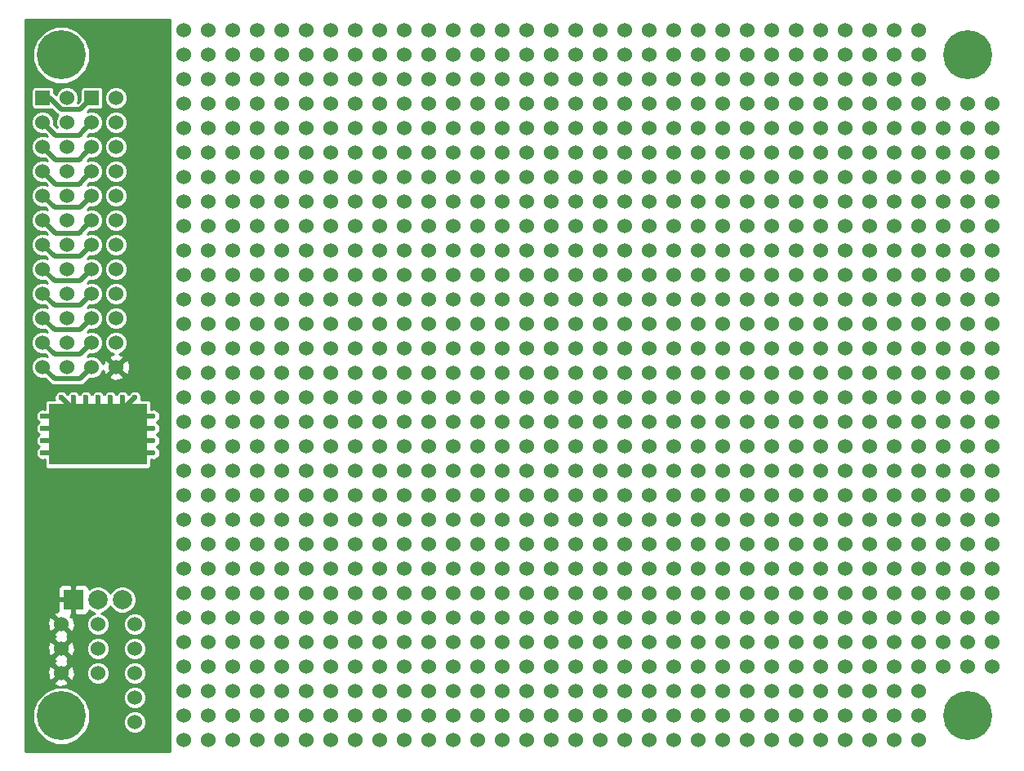
<source format=gbr>
G04 #@! TF.FileFunction,Copper,L1,Top,Signal*
%FSLAX46Y46*%
G04 Gerber Fmt 4.6, Leading zero omitted, Abs format (unit mm)*
G04 Created by KiCad (PCBNEW 4.0.7) date Monday, July 23, 2018 'PMt' 01:55:31 PM*
%MOMM*%
%LPD*%
G01*
G04 APERTURE LIST*
%ADD10C,0.100000*%
%ADD11C,1.524000*%
%ADD12C,5.080000*%
%ADD13R,1.524000X1.524000*%
%ADD14C,0.600000*%
%ADD15R,2.000000X2.000000*%
%ADD16C,2.000000*%
%ADD17R,10.160000X6.350000*%
%ADD18C,0.508000*%
%ADD19C,0.254000*%
G04 APERTURE END LIST*
D10*
D11*
X115570000Y-146050000D03*
X115570000Y-148590000D03*
X115570000Y-135890000D03*
X115570000Y-138430000D03*
X115570000Y-143510000D03*
X115570000Y-140970000D03*
X115570000Y-130810000D03*
X115570000Y-133350000D03*
X115570000Y-128270000D03*
X115570000Y-125730000D03*
X115570000Y-100330000D03*
X115570000Y-102870000D03*
X115570000Y-107950000D03*
X115570000Y-105410000D03*
X115570000Y-115570000D03*
X115570000Y-118110000D03*
X115570000Y-113030000D03*
X115570000Y-110490000D03*
X115570000Y-123190000D03*
X115570000Y-120650000D03*
X115570000Y-95250000D03*
X115570000Y-97790000D03*
X115570000Y-85090000D03*
X115570000Y-87630000D03*
X115570000Y-92710000D03*
X115570000Y-90170000D03*
X115570000Y-80010000D03*
X115570000Y-82550000D03*
X115570000Y-77470000D03*
X115570000Y-74930000D03*
D12*
X102870000Y-77470000D03*
X196850000Y-77470000D03*
X196850000Y-146050000D03*
X102870000Y-146050000D03*
D11*
X106045000Y-86995000D03*
D13*
X106045000Y-81915000D03*
D11*
X108585000Y-81915000D03*
X108585000Y-86995000D03*
X108585000Y-84455000D03*
X106045000Y-84455000D03*
X106045000Y-89535000D03*
X108585000Y-89535000D03*
X108585000Y-92075000D03*
X106045000Y-92075000D03*
X106045000Y-102235000D03*
X108585000Y-102235000D03*
X108585000Y-99695000D03*
X106045000Y-99695000D03*
X106045000Y-94615000D03*
X108585000Y-94615000D03*
X108585000Y-97155000D03*
X106045000Y-97155000D03*
X106045000Y-104775000D03*
X108585000Y-104775000D03*
X106045000Y-107315000D03*
X108585000Y-107315000D03*
X108585000Y-109855000D03*
X106045000Y-109855000D03*
X100965000Y-109855000D03*
X103505000Y-109855000D03*
X103505000Y-107315000D03*
X100965000Y-107315000D03*
X103505000Y-104775000D03*
X100965000Y-104775000D03*
X100965000Y-97155000D03*
X103505000Y-97155000D03*
X103505000Y-94615000D03*
X100965000Y-94615000D03*
X100965000Y-99695000D03*
X103505000Y-99695000D03*
X103505000Y-102235000D03*
X100965000Y-102235000D03*
X100965000Y-92075000D03*
X103505000Y-92075000D03*
X103505000Y-89535000D03*
X100965000Y-89535000D03*
X100965000Y-84455000D03*
X103505000Y-84455000D03*
X103505000Y-86995000D03*
X103505000Y-81915000D03*
D13*
X100965000Y-81915000D03*
D11*
X100965000Y-86995000D03*
X110490000Y-146685000D03*
X110490000Y-141605000D03*
X110490000Y-144145000D03*
X110490000Y-139065000D03*
X106680000Y-141605000D03*
X106680000Y-139065000D03*
X102870000Y-141605000D03*
X102870000Y-139065000D03*
X102870000Y-136525000D03*
X110490000Y-136525000D03*
X106680000Y-136525000D03*
D14*
X110490000Y-113030000D03*
X109220000Y-113030000D03*
X107950000Y-113030000D03*
X102870000Y-113030000D03*
X104140000Y-113030000D03*
X105410000Y-113030000D03*
X106680000Y-113030000D03*
X100965000Y-114935000D03*
X100965000Y-116205000D03*
X100965000Y-117475000D03*
X100965000Y-118745000D03*
X112395000Y-118745000D03*
X112395000Y-117475000D03*
X112395000Y-116205000D03*
X112395000Y-114935000D03*
D15*
X104140000Y-133985000D03*
D16*
X106680000Y-133985000D03*
X109220000Y-133985000D03*
D17*
X106680000Y-116840000D03*
D11*
X118110000Y-146050000D03*
X118110000Y-148590000D03*
X118110000Y-135890000D03*
X118110000Y-138430000D03*
X118110000Y-143510000D03*
X118110000Y-140970000D03*
X118110000Y-130810000D03*
X118110000Y-133350000D03*
X118110000Y-128270000D03*
X118110000Y-125730000D03*
X118110000Y-100330000D03*
X118110000Y-102870000D03*
X118110000Y-107950000D03*
X118110000Y-105410000D03*
X118110000Y-115570000D03*
X118110000Y-118110000D03*
X118110000Y-113030000D03*
X118110000Y-110490000D03*
X118110000Y-123190000D03*
X118110000Y-120650000D03*
X118110000Y-95250000D03*
X118110000Y-97790000D03*
X118110000Y-85090000D03*
X118110000Y-87630000D03*
X118110000Y-92710000D03*
X118110000Y-90170000D03*
X118110000Y-80010000D03*
X118110000Y-82550000D03*
X118110000Y-77470000D03*
X118110000Y-74930000D03*
X115570000Y-146050000D03*
X115570000Y-148590000D03*
X115570000Y-135890000D03*
X115570000Y-138430000D03*
X115570000Y-143510000D03*
X115570000Y-140970000D03*
X115570000Y-130810000D03*
X115570000Y-133350000D03*
X115570000Y-128270000D03*
X115570000Y-125730000D03*
X115570000Y-100330000D03*
X115570000Y-102870000D03*
X115570000Y-107950000D03*
X115570000Y-105410000D03*
X115570000Y-115570000D03*
X115570000Y-118110000D03*
X115570000Y-113030000D03*
X115570000Y-110490000D03*
X115570000Y-123190000D03*
X115570000Y-120650000D03*
X115570000Y-95250000D03*
X115570000Y-97790000D03*
X115570000Y-85090000D03*
X115570000Y-87630000D03*
X115570000Y-92710000D03*
X115570000Y-90170000D03*
X115570000Y-80010000D03*
X115570000Y-82550000D03*
X115570000Y-77470000D03*
X115570000Y-74930000D03*
X191770000Y-148590000D03*
X181610000Y-148590000D03*
X184150000Y-148590000D03*
X189230000Y-148590000D03*
X186690000Y-148590000D03*
X176530000Y-148590000D03*
X179070000Y-148590000D03*
X173990000Y-148590000D03*
X171450000Y-148590000D03*
X146050000Y-148590000D03*
X148590000Y-148590000D03*
X153670000Y-148590000D03*
X151130000Y-148590000D03*
X161290000Y-148590000D03*
X163830000Y-148590000D03*
X158750000Y-148590000D03*
X156210000Y-148590000D03*
X168910000Y-148590000D03*
X166370000Y-148590000D03*
X140970000Y-148590000D03*
X143510000Y-148590000D03*
X130810000Y-148590000D03*
X133350000Y-148590000D03*
X138430000Y-148590000D03*
X135890000Y-148590000D03*
X125730000Y-148590000D03*
X128270000Y-148590000D03*
X123190000Y-148590000D03*
X120650000Y-148590000D03*
X191770000Y-77470000D03*
X181610000Y-77470000D03*
X184150000Y-77470000D03*
X189230000Y-77470000D03*
X186690000Y-77470000D03*
X176530000Y-77470000D03*
X179070000Y-77470000D03*
X173990000Y-77470000D03*
X171450000Y-77470000D03*
X146050000Y-77470000D03*
X148590000Y-77470000D03*
X153670000Y-77470000D03*
X151130000Y-77470000D03*
X161290000Y-77470000D03*
X163830000Y-77470000D03*
X158750000Y-77470000D03*
X156210000Y-77470000D03*
X168910000Y-77470000D03*
X166370000Y-77470000D03*
X140970000Y-77470000D03*
X143510000Y-77470000D03*
X130810000Y-77470000D03*
X133350000Y-77470000D03*
X138430000Y-77470000D03*
X135890000Y-77470000D03*
X125730000Y-77470000D03*
X128270000Y-77470000D03*
X123190000Y-77470000D03*
X120650000Y-77470000D03*
X123190000Y-125730000D03*
X123190000Y-120650000D03*
X123190000Y-123190000D03*
X123190000Y-118110000D03*
X123190000Y-115570000D03*
X133350000Y-90170000D03*
X133350000Y-85090000D03*
X133350000Y-87630000D03*
X133350000Y-82550000D03*
X133350000Y-80010000D03*
X148590000Y-90170000D03*
X148590000Y-85090000D03*
X148590000Y-87630000D03*
X148590000Y-82550000D03*
X148590000Y-80010000D03*
X130810000Y-90170000D03*
X130810000Y-85090000D03*
X130810000Y-87630000D03*
X130810000Y-82550000D03*
X130810000Y-80010000D03*
X146050000Y-90170000D03*
X146050000Y-85090000D03*
X146050000Y-87630000D03*
X146050000Y-82550000D03*
X146050000Y-80010000D03*
X128270000Y-90170000D03*
X128270000Y-85090000D03*
X128270000Y-87630000D03*
X128270000Y-82550000D03*
X128270000Y-80010000D03*
X125730000Y-90170000D03*
X125730000Y-85090000D03*
X125730000Y-87630000D03*
X125730000Y-82550000D03*
X125730000Y-80010000D03*
X130810000Y-125730000D03*
X130810000Y-120650000D03*
X130810000Y-123190000D03*
X130810000Y-118110000D03*
X130810000Y-115570000D03*
X143510000Y-90170000D03*
X143510000Y-85090000D03*
X143510000Y-87630000D03*
X143510000Y-82550000D03*
X143510000Y-80010000D03*
X123190000Y-90170000D03*
X123190000Y-85090000D03*
X123190000Y-87630000D03*
X123190000Y-82550000D03*
X123190000Y-80010000D03*
X163830000Y-90170000D03*
X163830000Y-85090000D03*
X163830000Y-87630000D03*
X163830000Y-82550000D03*
X163830000Y-80010000D03*
X120650000Y-90170000D03*
X120650000Y-85090000D03*
X120650000Y-87630000D03*
X120650000Y-82550000D03*
X120650000Y-80010000D03*
X140970000Y-90170000D03*
X140970000Y-85090000D03*
X140970000Y-87630000D03*
X140970000Y-82550000D03*
X140970000Y-80010000D03*
X189230000Y-90170000D03*
X189230000Y-85090000D03*
X189230000Y-87630000D03*
X189230000Y-82550000D03*
X189230000Y-80010000D03*
X156210000Y-107950000D03*
X156210000Y-102870000D03*
X156210000Y-105410000D03*
X156210000Y-100330000D03*
X156210000Y-97790000D03*
X138430000Y-143510000D03*
X138430000Y-138430000D03*
X138430000Y-140970000D03*
X138430000Y-135890000D03*
X138430000Y-133350000D03*
X161290000Y-125730000D03*
X161290000Y-120650000D03*
X161290000Y-123190000D03*
X161290000Y-118110000D03*
X161290000Y-115570000D03*
X166370000Y-125730000D03*
X166370000Y-120650000D03*
X166370000Y-123190000D03*
X166370000Y-118110000D03*
X166370000Y-115570000D03*
X153670000Y-90170000D03*
X153670000Y-85090000D03*
X153670000Y-87630000D03*
X153670000Y-82550000D03*
X153670000Y-80010000D03*
X156210000Y-90170000D03*
X156210000Y-85090000D03*
X156210000Y-87630000D03*
X156210000Y-82550000D03*
X156210000Y-80010000D03*
X173990000Y-90170000D03*
X173990000Y-85090000D03*
X173990000Y-87630000D03*
X173990000Y-82550000D03*
X173990000Y-80010000D03*
X176530000Y-90170000D03*
X176530000Y-85090000D03*
X176530000Y-87630000D03*
X176530000Y-82550000D03*
X176530000Y-80010000D03*
X199390000Y-107950000D03*
X199390000Y-102870000D03*
X199390000Y-105410000D03*
X199390000Y-100330000D03*
X199390000Y-97790000D03*
X151130000Y-107950000D03*
X151130000Y-102870000D03*
X151130000Y-105410000D03*
X151130000Y-100330000D03*
X151130000Y-97790000D03*
X179070000Y-90170000D03*
X179070000Y-85090000D03*
X179070000Y-87630000D03*
X179070000Y-82550000D03*
X179070000Y-80010000D03*
X158750000Y-90170000D03*
X158750000Y-85090000D03*
X158750000Y-87630000D03*
X158750000Y-82550000D03*
X158750000Y-80010000D03*
X135890000Y-90170000D03*
X135890000Y-85090000D03*
X135890000Y-87630000D03*
X135890000Y-82550000D03*
X135890000Y-80010000D03*
X138430000Y-90170000D03*
X138430000Y-85090000D03*
X138430000Y-87630000D03*
X138430000Y-82550000D03*
X138430000Y-80010000D03*
X161290000Y-90170000D03*
X161290000Y-85090000D03*
X161290000Y-87630000D03*
X161290000Y-82550000D03*
X161290000Y-80010000D03*
X194310000Y-87630000D03*
X194310000Y-90170000D03*
X194310000Y-85090000D03*
X194310000Y-82550000D03*
X196850000Y-87630000D03*
X196850000Y-90170000D03*
X196850000Y-85090000D03*
X196850000Y-82550000D03*
X199390000Y-87630000D03*
X199390000Y-90170000D03*
X199390000Y-85090000D03*
X199390000Y-82550000D03*
X199390000Y-110490000D03*
X196850000Y-110490000D03*
X191770000Y-110490000D03*
X194310000Y-110490000D03*
X181610000Y-110490000D03*
X184150000Y-110490000D03*
X189230000Y-110490000D03*
X186690000Y-110490000D03*
X176530000Y-110490000D03*
X179070000Y-110490000D03*
X173990000Y-110490000D03*
X171450000Y-110490000D03*
X146050000Y-110490000D03*
X148590000Y-110490000D03*
X153670000Y-110490000D03*
X151130000Y-110490000D03*
X161290000Y-110490000D03*
X163830000Y-110490000D03*
X158750000Y-110490000D03*
X156210000Y-110490000D03*
X168910000Y-110490000D03*
X166370000Y-110490000D03*
X140970000Y-110490000D03*
X143510000Y-110490000D03*
X130810000Y-110490000D03*
X133350000Y-110490000D03*
X138430000Y-110490000D03*
X135890000Y-110490000D03*
X125730000Y-110490000D03*
X128270000Y-110490000D03*
X123190000Y-110490000D03*
X120650000Y-110490000D03*
X199390000Y-92710000D03*
X196850000Y-92710000D03*
X191770000Y-92710000D03*
X194310000Y-92710000D03*
X181610000Y-92710000D03*
X184150000Y-92710000D03*
X189230000Y-92710000D03*
X186690000Y-92710000D03*
X176530000Y-92710000D03*
X179070000Y-92710000D03*
X173990000Y-92710000D03*
X171450000Y-92710000D03*
X146050000Y-92710000D03*
X148590000Y-92710000D03*
X153670000Y-92710000D03*
X151130000Y-92710000D03*
X161290000Y-92710000D03*
X163830000Y-92710000D03*
X158750000Y-92710000D03*
X156210000Y-92710000D03*
X168910000Y-92710000D03*
X166370000Y-92710000D03*
X140970000Y-92710000D03*
X143510000Y-92710000D03*
X130810000Y-92710000D03*
X133350000Y-92710000D03*
X138430000Y-92710000D03*
X135890000Y-92710000D03*
X125730000Y-92710000D03*
X128270000Y-92710000D03*
X123190000Y-92710000D03*
X120650000Y-92710000D03*
X168910000Y-90170000D03*
X168910000Y-85090000D03*
X168910000Y-87630000D03*
X168910000Y-82550000D03*
X168910000Y-80010000D03*
X191770000Y-90170000D03*
X191770000Y-85090000D03*
X191770000Y-87630000D03*
X191770000Y-82550000D03*
X191770000Y-80010000D03*
X151130000Y-90170000D03*
X151130000Y-85090000D03*
X151130000Y-87630000D03*
X151130000Y-82550000D03*
X151130000Y-80010000D03*
X171450000Y-90170000D03*
X171450000Y-85090000D03*
X171450000Y-87630000D03*
X171450000Y-82550000D03*
X171450000Y-80010000D03*
X146050000Y-125730000D03*
X146050000Y-120650000D03*
X146050000Y-123190000D03*
X146050000Y-118110000D03*
X146050000Y-115570000D03*
X171450000Y-125730000D03*
X171450000Y-120650000D03*
X171450000Y-123190000D03*
X171450000Y-118110000D03*
X171450000Y-115570000D03*
X128270000Y-125730000D03*
X128270000Y-120650000D03*
X128270000Y-123190000D03*
X128270000Y-118110000D03*
X128270000Y-115570000D03*
X156210000Y-125730000D03*
X156210000Y-120650000D03*
X156210000Y-123190000D03*
X156210000Y-118110000D03*
X156210000Y-115570000D03*
X143510000Y-125730000D03*
X143510000Y-120650000D03*
X143510000Y-123190000D03*
X143510000Y-118110000D03*
X143510000Y-115570000D03*
X158750000Y-125730000D03*
X158750000Y-120650000D03*
X158750000Y-123190000D03*
X158750000Y-118110000D03*
X158750000Y-115570000D03*
X120650000Y-143510000D03*
X120650000Y-138430000D03*
X120650000Y-140970000D03*
X120650000Y-135890000D03*
X120650000Y-133350000D03*
X168910000Y-125730000D03*
X168910000Y-120650000D03*
X168910000Y-123190000D03*
X168910000Y-118110000D03*
X168910000Y-115570000D03*
X153670000Y-125730000D03*
X153670000Y-120650000D03*
X153670000Y-123190000D03*
X153670000Y-118110000D03*
X153670000Y-115570000D03*
X163830000Y-125730000D03*
X163830000Y-120650000D03*
X163830000Y-123190000D03*
X163830000Y-118110000D03*
X163830000Y-115570000D03*
X151130000Y-125730000D03*
X151130000Y-120650000D03*
X151130000Y-123190000D03*
X151130000Y-118110000D03*
X151130000Y-115570000D03*
X143510000Y-107950000D03*
X143510000Y-102870000D03*
X143510000Y-105410000D03*
X143510000Y-100330000D03*
X143510000Y-97790000D03*
X148590000Y-107950000D03*
X148590000Y-102870000D03*
X148590000Y-105410000D03*
X148590000Y-100330000D03*
X148590000Y-97790000D03*
X140970000Y-107950000D03*
X140970000Y-102870000D03*
X140970000Y-105410000D03*
X140970000Y-100330000D03*
X140970000Y-97790000D03*
X148590000Y-125730000D03*
X148590000Y-120650000D03*
X148590000Y-123190000D03*
X148590000Y-118110000D03*
X148590000Y-115570000D03*
X138430000Y-125730000D03*
X138430000Y-120650000D03*
X138430000Y-123190000D03*
X138430000Y-118110000D03*
X138430000Y-115570000D03*
X133350000Y-125730000D03*
X133350000Y-120650000D03*
X133350000Y-123190000D03*
X133350000Y-118110000D03*
X133350000Y-115570000D03*
X135890000Y-125730000D03*
X135890000Y-120650000D03*
X135890000Y-123190000D03*
X135890000Y-118110000D03*
X135890000Y-115570000D03*
X123190000Y-143510000D03*
X123190000Y-138430000D03*
X123190000Y-140970000D03*
X123190000Y-135890000D03*
X123190000Y-133350000D03*
X125730000Y-143510000D03*
X125730000Y-138430000D03*
X125730000Y-140970000D03*
X125730000Y-135890000D03*
X125730000Y-133350000D03*
X125730000Y-125730000D03*
X125730000Y-120650000D03*
X125730000Y-123190000D03*
X125730000Y-118110000D03*
X125730000Y-115570000D03*
X130810000Y-143510000D03*
X130810000Y-138430000D03*
X130810000Y-140970000D03*
X130810000Y-135890000D03*
X130810000Y-133350000D03*
X133350000Y-143510000D03*
X133350000Y-138430000D03*
X133350000Y-140970000D03*
X133350000Y-135890000D03*
X133350000Y-133350000D03*
X146050000Y-143510000D03*
X146050000Y-138430000D03*
X146050000Y-140970000D03*
X146050000Y-135890000D03*
X146050000Y-133350000D03*
X140970000Y-125730000D03*
X140970000Y-120650000D03*
X140970000Y-123190000D03*
X140970000Y-118110000D03*
X140970000Y-115570000D03*
X120650000Y-107950000D03*
X120650000Y-102870000D03*
X120650000Y-105410000D03*
X120650000Y-100330000D03*
X120650000Y-97790000D03*
X135890000Y-107950000D03*
X135890000Y-102870000D03*
X135890000Y-105410000D03*
X135890000Y-100330000D03*
X135890000Y-97790000D03*
X179070000Y-107950000D03*
X179070000Y-102870000D03*
X179070000Y-105410000D03*
X179070000Y-100330000D03*
X179070000Y-97790000D03*
X199390000Y-95250000D03*
X196850000Y-95250000D03*
X191770000Y-95250000D03*
X194310000Y-95250000D03*
X181610000Y-95250000D03*
X184150000Y-95250000D03*
X189230000Y-95250000D03*
X186690000Y-95250000D03*
X176530000Y-95250000D03*
X179070000Y-95250000D03*
X173990000Y-95250000D03*
X171450000Y-95250000D03*
X146050000Y-95250000D03*
X148590000Y-95250000D03*
X153670000Y-95250000D03*
X151130000Y-95250000D03*
X161290000Y-95250000D03*
X163830000Y-95250000D03*
X158750000Y-95250000D03*
X156210000Y-95250000D03*
X168910000Y-95250000D03*
X166370000Y-95250000D03*
X140970000Y-95250000D03*
X143510000Y-95250000D03*
X130810000Y-95250000D03*
X133350000Y-95250000D03*
X138430000Y-95250000D03*
X135890000Y-95250000D03*
X125730000Y-95250000D03*
X128270000Y-95250000D03*
X123190000Y-95250000D03*
X120650000Y-95250000D03*
X199390000Y-128270000D03*
X196850000Y-128270000D03*
X191770000Y-128270000D03*
X194310000Y-128270000D03*
X181610000Y-128270000D03*
X184150000Y-128270000D03*
X189230000Y-128270000D03*
X186690000Y-128270000D03*
X176530000Y-128270000D03*
X179070000Y-128270000D03*
X173990000Y-128270000D03*
X171450000Y-128270000D03*
X146050000Y-128270000D03*
X148590000Y-128270000D03*
X153670000Y-128270000D03*
X151130000Y-128270000D03*
X161290000Y-128270000D03*
X163830000Y-128270000D03*
X158750000Y-128270000D03*
X156210000Y-128270000D03*
X168910000Y-128270000D03*
X166370000Y-128270000D03*
X140970000Y-128270000D03*
X143510000Y-128270000D03*
X130810000Y-128270000D03*
X133350000Y-128270000D03*
X138430000Y-128270000D03*
X135890000Y-128270000D03*
X125730000Y-128270000D03*
X128270000Y-128270000D03*
X123190000Y-128270000D03*
X120650000Y-128270000D03*
X135890000Y-143510000D03*
X135890000Y-138430000D03*
X135890000Y-140970000D03*
X135890000Y-135890000D03*
X135890000Y-133350000D03*
X128270000Y-107950000D03*
X128270000Y-102870000D03*
X128270000Y-105410000D03*
X128270000Y-100330000D03*
X128270000Y-97790000D03*
X133350000Y-107950000D03*
X133350000Y-102870000D03*
X133350000Y-105410000D03*
X133350000Y-100330000D03*
X133350000Y-97790000D03*
X125730000Y-107950000D03*
X125730000Y-102870000D03*
X125730000Y-105410000D03*
X125730000Y-100330000D03*
X125730000Y-97790000D03*
X146050000Y-107950000D03*
X146050000Y-102870000D03*
X146050000Y-105410000D03*
X146050000Y-100330000D03*
X146050000Y-97790000D03*
X138430000Y-107950000D03*
X138430000Y-102870000D03*
X138430000Y-105410000D03*
X138430000Y-100330000D03*
X138430000Y-97790000D03*
X130810000Y-107950000D03*
X130810000Y-102870000D03*
X130810000Y-105410000D03*
X130810000Y-100330000D03*
X130810000Y-97790000D03*
X176530000Y-107950000D03*
X176530000Y-102870000D03*
X176530000Y-105410000D03*
X176530000Y-100330000D03*
X176530000Y-97790000D03*
X166370000Y-107950000D03*
X166370000Y-102870000D03*
X166370000Y-105410000D03*
X166370000Y-100330000D03*
X166370000Y-97790000D03*
X194310000Y-107950000D03*
X194310000Y-102870000D03*
X194310000Y-105410000D03*
X194310000Y-100330000D03*
X194310000Y-97790000D03*
X173990000Y-107950000D03*
X173990000Y-102870000D03*
X173990000Y-105410000D03*
X173990000Y-100330000D03*
X173990000Y-97790000D03*
X163830000Y-107950000D03*
X163830000Y-102870000D03*
X163830000Y-105410000D03*
X163830000Y-100330000D03*
X163830000Y-97790000D03*
X191770000Y-107950000D03*
X191770000Y-102870000D03*
X191770000Y-105410000D03*
X191770000Y-100330000D03*
X191770000Y-97790000D03*
X171450000Y-107950000D03*
X171450000Y-102870000D03*
X171450000Y-105410000D03*
X171450000Y-100330000D03*
X171450000Y-97790000D03*
X186690000Y-90170000D03*
X186690000Y-85090000D03*
X186690000Y-87630000D03*
X186690000Y-82550000D03*
X186690000Y-80010000D03*
X196850000Y-107950000D03*
X196850000Y-102870000D03*
X196850000Y-105410000D03*
X196850000Y-100330000D03*
X196850000Y-97790000D03*
X184150000Y-107950000D03*
X184150000Y-102870000D03*
X184150000Y-105410000D03*
X184150000Y-100330000D03*
X184150000Y-97790000D03*
X166370000Y-90170000D03*
X166370000Y-85090000D03*
X166370000Y-87630000D03*
X166370000Y-82550000D03*
X166370000Y-80010000D03*
X181610000Y-90170000D03*
X181610000Y-85090000D03*
X181610000Y-87630000D03*
X181610000Y-82550000D03*
X181610000Y-80010000D03*
X181610000Y-107950000D03*
X181610000Y-102870000D03*
X181610000Y-105410000D03*
X181610000Y-100330000D03*
X181610000Y-97790000D03*
X186690000Y-107950000D03*
X186690000Y-102870000D03*
X186690000Y-105410000D03*
X186690000Y-100330000D03*
X186690000Y-97790000D03*
X161290000Y-107950000D03*
X161290000Y-102870000D03*
X161290000Y-105410000D03*
X161290000Y-100330000D03*
X161290000Y-97790000D03*
X199390000Y-125730000D03*
X199390000Y-120650000D03*
X199390000Y-123190000D03*
X199390000Y-118110000D03*
X199390000Y-115570000D03*
X123190000Y-107950000D03*
X123190000Y-102870000D03*
X123190000Y-105410000D03*
X123190000Y-100330000D03*
X123190000Y-97790000D03*
X151130000Y-143510000D03*
X151130000Y-138430000D03*
X151130000Y-140970000D03*
X151130000Y-135890000D03*
X151130000Y-133350000D03*
X148590000Y-143510000D03*
X148590000Y-138430000D03*
X148590000Y-140970000D03*
X148590000Y-135890000D03*
X148590000Y-133350000D03*
X128270000Y-143510000D03*
X128270000Y-138430000D03*
X128270000Y-140970000D03*
X128270000Y-135890000D03*
X128270000Y-133350000D03*
X153670000Y-143510000D03*
X153670000Y-138430000D03*
X153670000Y-140970000D03*
X153670000Y-135890000D03*
X153670000Y-133350000D03*
X158750000Y-143510000D03*
X158750000Y-138430000D03*
X158750000Y-140970000D03*
X158750000Y-135890000D03*
X158750000Y-133350000D03*
X196850000Y-125730000D03*
X196850000Y-120650000D03*
X196850000Y-123190000D03*
X196850000Y-118110000D03*
X196850000Y-115570000D03*
X158750000Y-107950000D03*
X158750000Y-102870000D03*
X158750000Y-105410000D03*
X158750000Y-100330000D03*
X158750000Y-97790000D03*
X189230000Y-107950000D03*
X189230000Y-102870000D03*
X189230000Y-105410000D03*
X189230000Y-100330000D03*
X189230000Y-97790000D03*
X199390000Y-130810000D03*
X196850000Y-130810000D03*
X191770000Y-130810000D03*
X194310000Y-130810000D03*
X181610000Y-130810000D03*
X184150000Y-130810000D03*
X189230000Y-130810000D03*
X186690000Y-130810000D03*
X176530000Y-130810000D03*
X179070000Y-130810000D03*
X173990000Y-130810000D03*
X171450000Y-130810000D03*
X146050000Y-130810000D03*
X148590000Y-130810000D03*
X153670000Y-130810000D03*
X151130000Y-130810000D03*
X161290000Y-130810000D03*
X163830000Y-130810000D03*
X158750000Y-130810000D03*
X156210000Y-130810000D03*
X168910000Y-130810000D03*
X166370000Y-130810000D03*
X140970000Y-130810000D03*
X143510000Y-130810000D03*
X130810000Y-130810000D03*
X133350000Y-130810000D03*
X138430000Y-130810000D03*
X135890000Y-130810000D03*
X125730000Y-130810000D03*
X128270000Y-130810000D03*
X123190000Y-130810000D03*
X120650000Y-130810000D03*
X199390000Y-113030000D03*
X196850000Y-113030000D03*
X191770000Y-113030000D03*
X194310000Y-113030000D03*
X181610000Y-113030000D03*
X184150000Y-113030000D03*
X189230000Y-113030000D03*
X186690000Y-113030000D03*
X176530000Y-113030000D03*
X179070000Y-113030000D03*
X173990000Y-113030000D03*
X171450000Y-113030000D03*
X146050000Y-113030000D03*
X148590000Y-113030000D03*
X153670000Y-113030000D03*
X151130000Y-113030000D03*
X161290000Y-113030000D03*
X163830000Y-113030000D03*
X158750000Y-113030000D03*
X156210000Y-113030000D03*
X168910000Y-113030000D03*
X166370000Y-113030000D03*
X140970000Y-113030000D03*
X143510000Y-113030000D03*
X130810000Y-113030000D03*
X133350000Y-113030000D03*
X138430000Y-113030000D03*
X135890000Y-113030000D03*
X125730000Y-113030000D03*
X128270000Y-113030000D03*
X123190000Y-113030000D03*
X120650000Y-113030000D03*
X189230000Y-143510000D03*
X189230000Y-138430000D03*
X189230000Y-140970000D03*
X189230000Y-135890000D03*
X189230000Y-133350000D03*
X191770000Y-143510000D03*
X191770000Y-138430000D03*
X191770000Y-140970000D03*
X191770000Y-135890000D03*
X191770000Y-133350000D03*
X181610000Y-143510000D03*
X181610000Y-138430000D03*
X181610000Y-140970000D03*
X181610000Y-135890000D03*
X181610000Y-133350000D03*
X179070000Y-125730000D03*
X179070000Y-120650000D03*
X179070000Y-123190000D03*
X179070000Y-118110000D03*
X179070000Y-115570000D03*
X189230000Y-125730000D03*
X189230000Y-120650000D03*
X189230000Y-123190000D03*
X189230000Y-118110000D03*
X189230000Y-115570000D03*
X143510000Y-143510000D03*
X143510000Y-138430000D03*
X143510000Y-140970000D03*
X143510000Y-135890000D03*
X143510000Y-133350000D03*
X153670000Y-107950000D03*
X153670000Y-102870000D03*
X153670000Y-105410000D03*
X153670000Y-100330000D03*
X153670000Y-97790000D03*
X191770000Y-125730000D03*
X191770000Y-120650000D03*
X191770000Y-123190000D03*
X191770000Y-118110000D03*
X191770000Y-115570000D03*
X181610000Y-125730000D03*
X181610000Y-120650000D03*
X181610000Y-123190000D03*
X181610000Y-118110000D03*
X181610000Y-115570000D03*
X161290000Y-143510000D03*
X161290000Y-138430000D03*
X161290000Y-140970000D03*
X161290000Y-135890000D03*
X161290000Y-133350000D03*
X173990000Y-143510000D03*
X173990000Y-138430000D03*
X173990000Y-140970000D03*
X173990000Y-135890000D03*
X173990000Y-133350000D03*
X140970000Y-143510000D03*
X140970000Y-138430000D03*
X140970000Y-140970000D03*
X140970000Y-135890000D03*
X140970000Y-133350000D03*
X166370000Y-143510000D03*
X166370000Y-138430000D03*
X166370000Y-140970000D03*
X166370000Y-135890000D03*
X166370000Y-133350000D03*
X156210000Y-143510000D03*
X156210000Y-138430000D03*
X156210000Y-140970000D03*
X156210000Y-135890000D03*
X156210000Y-133350000D03*
X163830000Y-143510000D03*
X163830000Y-138430000D03*
X163830000Y-140970000D03*
X163830000Y-135890000D03*
X163830000Y-133350000D03*
X184150000Y-125730000D03*
X184150000Y-120650000D03*
X184150000Y-123190000D03*
X184150000Y-118110000D03*
X184150000Y-115570000D03*
X194310000Y-125730000D03*
X194310000Y-120650000D03*
X194310000Y-123190000D03*
X194310000Y-118110000D03*
X194310000Y-115570000D03*
X168910000Y-107950000D03*
X168910000Y-102870000D03*
X168910000Y-105410000D03*
X168910000Y-100330000D03*
X168910000Y-97790000D03*
X184150000Y-90170000D03*
X184150000Y-85090000D03*
X184150000Y-87630000D03*
X184150000Y-82550000D03*
X184150000Y-80010000D03*
X168910000Y-143510000D03*
X168910000Y-138430000D03*
X168910000Y-140970000D03*
X168910000Y-135890000D03*
X168910000Y-133350000D03*
X171450000Y-143510000D03*
X171450000Y-138430000D03*
X171450000Y-140970000D03*
X171450000Y-135890000D03*
X171450000Y-133350000D03*
X176530000Y-143510000D03*
X176530000Y-138430000D03*
X176530000Y-140970000D03*
X176530000Y-135890000D03*
X176530000Y-133350000D03*
X184150000Y-143510000D03*
X184150000Y-138430000D03*
X184150000Y-140970000D03*
X184150000Y-135890000D03*
X184150000Y-133350000D03*
X186690000Y-143510000D03*
X186690000Y-138430000D03*
X186690000Y-140970000D03*
X186690000Y-135890000D03*
X186690000Y-133350000D03*
X179070000Y-143510000D03*
X179070000Y-138430000D03*
X179070000Y-140970000D03*
X179070000Y-135890000D03*
X179070000Y-133350000D03*
X120650000Y-125730000D03*
X120650000Y-120650000D03*
X120650000Y-123190000D03*
X120650000Y-118110000D03*
X120650000Y-115570000D03*
X176530000Y-125730000D03*
X176530000Y-120650000D03*
X176530000Y-123190000D03*
X176530000Y-118110000D03*
X176530000Y-115570000D03*
X186690000Y-125730000D03*
X186690000Y-120650000D03*
X186690000Y-123190000D03*
X186690000Y-118110000D03*
X186690000Y-115570000D03*
X173990000Y-125730000D03*
X173990000Y-120650000D03*
X173990000Y-123190000D03*
X173990000Y-118110000D03*
X173990000Y-115570000D03*
X191770000Y-146050000D03*
X181610000Y-146050000D03*
X184150000Y-146050000D03*
X189230000Y-146050000D03*
X186690000Y-146050000D03*
X176530000Y-146050000D03*
X179070000Y-146050000D03*
X173990000Y-146050000D03*
X171450000Y-146050000D03*
X146050000Y-146050000D03*
X148590000Y-146050000D03*
X153670000Y-146050000D03*
X151130000Y-146050000D03*
X161290000Y-146050000D03*
X163830000Y-146050000D03*
X158750000Y-146050000D03*
X156210000Y-146050000D03*
X168910000Y-146050000D03*
X166370000Y-146050000D03*
X140970000Y-146050000D03*
X143510000Y-146050000D03*
X130810000Y-146050000D03*
X133350000Y-146050000D03*
X138430000Y-146050000D03*
X135890000Y-146050000D03*
X125730000Y-146050000D03*
X128270000Y-146050000D03*
X123190000Y-146050000D03*
X120650000Y-146050000D03*
X191770000Y-74930000D03*
X181610000Y-74930000D03*
X184150000Y-74930000D03*
X189230000Y-74930000D03*
X186690000Y-74930000D03*
X176530000Y-74930000D03*
X179070000Y-74930000D03*
X173990000Y-74930000D03*
X171450000Y-74930000D03*
X146050000Y-74930000D03*
X148590000Y-74930000D03*
X153670000Y-74930000D03*
X151130000Y-74930000D03*
X161290000Y-74930000D03*
X163830000Y-74930000D03*
X158750000Y-74930000D03*
X156210000Y-74930000D03*
X168910000Y-74930000D03*
X166370000Y-74930000D03*
X140970000Y-74930000D03*
X143510000Y-74930000D03*
X130810000Y-74930000D03*
X133350000Y-74930000D03*
X138430000Y-74930000D03*
X135890000Y-74930000D03*
X125730000Y-74930000D03*
X128270000Y-74930000D03*
X123190000Y-74930000D03*
X120650000Y-74930000D03*
X199390000Y-138430000D03*
X199390000Y-140970000D03*
X199390000Y-135890000D03*
X199390000Y-133350000D03*
X194310000Y-138430000D03*
X194310000Y-140970000D03*
X194310000Y-135890000D03*
X194310000Y-133350000D03*
X196850000Y-138430000D03*
X196850000Y-140970000D03*
X196850000Y-135890000D03*
X196850000Y-133350000D03*
D18*
X100965000Y-86995000D02*
X102288999Y-88318999D01*
X102288999Y-88318999D02*
X104721001Y-88318999D01*
X104721001Y-88318999D02*
X105283001Y-87756999D01*
X105283001Y-87756999D02*
X106045000Y-86995000D01*
X110490000Y-113030000D02*
X106680000Y-116840000D01*
X109220000Y-113030000D02*
X109220000Y-114300000D01*
X109220000Y-114300000D02*
X106680000Y-116840000D01*
X107950000Y-113030000D02*
X107950000Y-115570000D01*
X107950000Y-115570000D02*
X106680000Y-116840000D01*
X106680000Y-116840000D02*
X106680000Y-113030000D01*
X105410000Y-113030000D02*
X105410000Y-115570000D01*
X105410000Y-115570000D02*
X106680000Y-116840000D01*
X104140000Y-113030000D02*
X104140000Y-114300000D01*
X104140000Y-114300000D02*
X106680000Y-116840000D01*
X102870000Y-113030000D02*
X106680000Y-116840000D01*
X112395000Y-118745000D02*
X108585000Y-118745000D01*
X108585000Y-118745000D02*
X106680000Y-116840000D01*
X112395000Y-117475000D02*
X107315000Y-117475000D01*
X107315000Y-117475000D02*
X106680000Y-116840000D01*
X112395000Y-116205000D02*
X107315000Y-116205000D01*
X107315000Y-116205000D02*
X106680000Y-116840000D01*
X112395000Y-114935000D02*
X108585000Y-114935000D01*
X108585000Y-114935000D02*
X106680000Y-116840000D01*
X100965000Y-118745000D02*
X104775000Y-118745000D01*
X104775000Y-118745000D02*
X106680000Y-116840000D01*
X100965000Y-117475000D02*
X106045000Y-117475000D01*
X106045000Y-117475000D02*
X106680000Y-116840000D01*
X100965000Y-116205000D02*
X106045000Y-116205000D01*
X106045000Y-116205000D02*
X106680000Y-116840000D01*
X100965000Y-114935000D02*
X104775000Y-114935000D01*
X104775000Y-114935000D02*
X106680000Y-116840000D01*
X100965000Y-81915000D02*
X101705318Y-81915000D01*
X101705318Y-81915000D02*
X102921319Y-83131001D01*
X102921319Y-83131001D02*
X104828999Y-83131001D01*
X104828999Y-83131001D02*
X106045000Y-81915000D01*
X100965000Y-84455000D02*
X102288999Y-85778999D01*
X102288999Y-85778999D02*
X104721001Y-85778999D01*
X104721001Y-85778999D02*
X105283001Y-85216999D01*
X105283001Y-85216999D02*
X106045000Y-84455000D01*
X100965000Y-89535000D02*
X102288999Y-90858999D01*
X102288999Y-90858999D02*
X104721001Y-90858999D01*
X104721001Y-90858999D02*
X105283001Y-90296999D01*
X105283001Y-90296999D02*
X106045000Y-89535000D01*
X100965000Y-92075000D02*
X102181001Y-93291001D01*
X102181001Y-93291001D02*
X104828999Y-93291001D01*
X104828999Y-93291001D02*
X105283001Y-92836999D01*
X105283001Y-92836999D02*
X106045000Y-92075000D01*
X100965000Y-102235000D02*
X102181001Y-103451001D01*
X102181001Y-103451001D02*
X104828999Y-103451001D01*
X104828999Y-103451001D02*
X105283001Y-102996999D01*
X105283001Y-102996999D02*
X106045000Y-102235000D01*
X100965000Y-99695000D02*
X102181001Y-100911001D01*
X102181001Y-100911001D02*
X104828999Y-100911001D01*
X104828999Y-100911001D02*
X105283001Y-100456999D01*
X105283001Y-100456999D02*
X106045000Y-99695000D01*
X100965000Y-94615000D02*
X102288999Y-95938999D01*
X102288999Y-95938999D02*
X104721001Y-95938999D01*
X104721001Y-95938999D02*
X105283001Y-95376999D01*
X105283001Y-95376999D02*
X106045000Y-94615000D01*
X100965000Y-97155000D02*
X102181001Y-98371001D01*
X102181001Y-98371001D02*
X104828999Y-98371001D01*
X104828999Y-98371001D02*
X105283001Y-97916999D01*
X105283001Y-97916999D02*
X106045000Y-97155000D01*
X100965000Y-104775000D02*
X102181001Y-105991001D01*
X102181001Y-105991001D02*
X104828999Y-105991001D01*
X104828999Y-105991001D02*
X105283001Y-105536999D01*
X105283001Y-105536999D02*
X106045000Y-104775000D01*
X100965000Y-107315000D02*
X102181001Y-108531001D01*
X102181001Y-108531001D02*
X104828999Y-108531001D01*
X104828999Y-108531001D02*
X105283001Y-108076999D01*
X105283001Y-108076999D02*
X106045000Y-107315000D01*
X100965000Y-109855000D02*
X102181001Y-111071001D01*
X102181001Y-111071001D02*
X104828999Y-111071001D01*
X104828999Y-111071001D02*
X105283001Y-110616999D01*
X105283001Y-110616999D02*
X106045000Y-109855000D01*
D19*
G36*
X114173000Y-149733000D02*
X99187000Y-149733000D01*
X99187000Y-146637584D01*
X99902486Y-146637584D01*
X100353233Y-147728475D01*
X101187135Y-148563834D01*
X102277238Y-149016484D01*
X103457584Y-149017514D01*
X104548475Y-148566767D01*
X105383834Y-147732865D01*
X105721170Y-146920469D01*
X109300794Y-146920469D01*
X109481427Y-147357635D01*
X109815606Y-147692397D01*
X110252456Y-147873793D01*
X110725469Y-147874206D01*
X111162635Y-147693573D01*
X111497397Y-147359394D01*
X111678793Y-146922544D01*
X111679206Y-146449531D01*
X111498573Y-146012365D01*
X111164394Y-145677603D01*
X110727544Y-145496207D01*
X110254531Y-145495794D01*
X109817365Y-145676427D01*
X109482603Y-146010606D01*
X109301207Y-146447456D01*
X109300794Y-146920469D01*
X105721170Y-146920469D01*
X105836484Y-146642762D01*
X105837514Y-145462416D01*
X105390463Y-144380469D01*
X109300794Y-144380469D01*
X109481427Y-144817635D01*
X109815606Y-145152397D01*
X110252456Y-145333793D01*
X110725469Y-145334206D01*
X111162635Y-145153573D01*
X111497397Y-144819394D01*
X111678793Y-144382544D01*
X111679206Y-143909531D01*
X111498573Y-143472365D01*
X111164394Y-143137603D01*
X110727544Y-142956207D01*
X110254531Y-142955794D01*
X109817365Y-143136427D01*
X109482603Y-143470606D01*
X109301207Y-143907456D01*
X109300794Y-144380469D01*
X105390463Y-144380469D01*
X105386767Y-144371525D01*
X104552865Y-143536166D01*
X103462762Y-143083516D01*
X102282416Y-143082486D01*
X101191525Y-143533233D01*
X100356166Y-144367135D01*
X99903516Y-145457238D01*
X99902486Y-146637584D01*
X99187000Y-146637584D01*
X99187000Y-142585213D01*
X102069392Y-142585213D01*
X102138857Y-142827397D01*
X102662302Y-143014144D01*
X103217368Y-142986362D01*
X103601143Y-142827397D01*
X103670608Y-142585213D01*
X102870000Y-141784605D01*
X102069392Y-142585213D01*
X99187000Y-142585213D01*
X99187000Y-141397302D01*
X101460856Y-141397302D01*
X101488638Y-141952368D01*
X101647603Y-142336143D01*
X101889787Y-142405608D01*
X102690395Y-141605000D01*
X103049605Y-141605000D01*
X103850213Y-142405608D01*
X104092397Y-142336143D01*
X104269236Y-141840469D01*
X105490794Y-141840469D01*
X105671427Y-142277635D01*
X106005606Y-142612397D01*
X106442456Y-142793793D01*
X106915469Y-142794206D01*
X107352635Y-142613573D01*
X107687397Y-142279394D01*
X107868793Y-141842544D01*
X107868794Y-141840469D01*
X109300794Y-141840469D01*
X109481427Y-142277635D01*
X109815606Y-142612397D01*
X110252456Y-142793793D01*
X110725469Y-142794206D01*
X111162635Y-142613573D01*
X111497397Y-142279394D01*
X111678793Y-141842544D01*
X111679206Y-141369531D01*
X111498573Y-140932365D01*
X111164394Y-140597603D01*
X110727544Y-140416207D01*
X110254531Y-140415794D01*
X109817365Y-140596427D01*
X109482603Y-140930606D01*
X109301207Y-141367456D01*
X109300794Y-141840469D01*
X107868794Y-141840469D01*
X107869206Y-141369531D01*
X107688573Y-140932365D01*
X107354394Y-140597603D01*
X106917544Y-140416207D01*
X106444531Y-140415794D01*
X106007365Y-140596427D01*
X105672603Y-140930606D01*
X105491207Y-141367456D01*
X105490794Y-141840469D01*
X104269236Y-141840469D01*
X104279144Y-141812698D01*
X104251362Y-141257632D01*
X104092397Y-140873857D01*
X103850213Y-140804392D01*
X103049605Y-141605000D01*
X102690395Y-141605000D01*
X101889787Y-140804392D01*
X101647603Y-140873857D01*
X101460856Y-141397302D01*
X99187000Y-141397302D01*
X99187000Y-140045213D01*
X102069392Y-140045213D01*
X102138857Y-140287397D01*
X102262344Y-140331453D01*
X102138857Y-140382603D01*
X102069392Y-140624787D01*
X102870000Y-141425395D01*
X103670608Y-140624787D01*
X103601143Y-140382603D01*
X103477656Y-140338547D01*
X103601143Y-140287397D01*
X103670608Y-140045213D01*
X102870000Y-139244605D01*
X102069392Y-140045213D01*
X99187000Y-140045213D01*
X99187000Y-138857302D01*
X101460856Y-138857302D01*
X101488638Y-139412368D01*
X101647603Y-139796143D01*
X101889787Y-139865608D01*
X102690395Y-139065000D01*
X103049605Y-139065000D01*
X103850213Y-139865608D01*
X104092397Y-139796143D01*
X104269236Y-139300469D01*
X105490794Y-139300469D01*
X105671427Y-139737635D01*
X106005606Y-140072397D01*
X106442456Y-140253793D01*
X106915469Y-140254206D01*
X107352635Y-140073573D01*
X107687397Y-139739394D01*
X107868793Y-139302544D01*
X107868794Y-139300469D01*
X109300794Y-139300469D01*
X109481427Y-139737635D01*
X109815606Y-140072397D01*
X110252456Y-140253793D01*
X110725469Y-140254206D01*
X111162635Y-140073573D01*
X111497397Y-139739394D01*
X111678793Y-139302544D01*
X111679206Y-138829531D01*
X111498573Y-138392365D01*
X111164394Y-138057603D01*
X110727544Y-137876207D01*
X110254531Y-137875794D01*
X109817365Y-138056427D01*
X109482603Y-138390606D01*
X109301207Y-138827456D01*
X109300794Y-139300469D01*
X107868794Y-139300469D01*
X107869206Y-138829531D01*
X107688573Y-138392365D01*
X107354394Y-138057603D01*
X106917544Y-137876207D01*
X106444531Y-137875794D01*
X106007365Y-138056427D01*
X105672603Y-138390606D01*
X105491207Y-138827456D01*
X105490794Y-139300469D01*
X104269236Y-139300469D01*
X104279144Y-139272698D01*
X104251362Y-138717632D01*
X104092397Y-138333857D01*
X103850213Y-138264392D01*
X103049605Y-139065000D01*
X102690395Y-139065000D01*
X101889787Y-138264392D01*
X101647603Y-138333857D01*
X101460856Y-138857302D01*
X99187000Y-138857302D01*
X99187000Y-137505213D01*
X102069392Y-137505213D01*
X102138857Y-137747397D01*
X102262344Y-137791453D01*
X102138857Y-137842603D01*
X102069392Y-138084787D01*
X102870000Y-138885395D01*
X103670608Y-138084787D01*
X103601143Y-137842603D01*
X103477656Y-137798547D01*
X103601143Y-137747397D01*
X103670608Y-137505213D01*
X102870000Y-136704605D01*
X102069392Y-137505213D01*
X99187000Y-137505213D01*
X99187000Y-136317302D01*
X101460856Y-136317302D01*
X101488638Y-136872368D01*
X101647603Y-137256143D01*
X101889787Y-137325608D01*
X102690395Y-136525000D01*
X101889787Y-135724392D01*
X101647603Y-135793857D01*
X101460856Y-136317302D01*
X99187000Y-136317302D01*
X99187000Y-135544787D01*
X102069392Y-135544787D01*
X102870000Y-136345395D01*
X102884143Y-136331253D01*
X103063748Y-136510858D01*
X103049605Y-136525000D01*
X103850213Y-137325608D01*
X104092397Y-137256143D01*
X104279144Y-136732698D01*
X104251362Y-136177632D01*
X104092397Y-135793857D01*
X103850215Y-135724393D01*
X103965226Y-135609382D01*
X103915047Y-135559203D01*
X104013000Y-135461250D01*
X104013000Y-134112000D01*
X102663750Y-134112000D01*
X102505000Y-134270750D01*
X102505000Y-135111310D01*
X102519012Y-135145138D01*
X102138857Y-135302603D01*
X102069392Y-135544787D01*
X99187000Y-135544787D01*
X99187000Y-132858690D01*
X102505000Y-132858690D01*
X102505000Y-133699250D01*
X102663750Y-133858000D01*
X104013000Y-133858000D01*
X104013000Y-132508750D01*
X104267000Y-132508750D01*
X104267000Y-133858000D01*
X104287000Y-133858000D01*
X104287000Y-134112000D01*
X104267000Y-134112000D01*
X104267000Y-135461250D01*
X104425750Y-135620000D01*
X105266309Y-135620000D01*
X105499698Y-135523327D01*
X105678327Y-135344699D01*
X105775000Y-135111310D01*
X105775000Y-135098266D01*
X105870614Y-135194047D01*
X106327968Y-135383957D01*
X106007365Y-135516427D01*
X105672603Y-135850606D01*
X105491207Y-136287456D01*
X105490794Y-136760469D01*
X105671427Y-137197635D01*
X106005606Y-137532397D01*
X106442456Y-137713793D01*
X106915469Y-137714206D01*
X107352635Y-137533573D01*
X107687397Y-137199394D01*
X107868793Y-136762544D01*
X107868794Y-136760469D01*
X109300794Y-136760469D01*
X109481427Y-137197635D01*
X109815606Y-137532397D01*
X110252456Y-137713793D01*
X110725469Y-137714206D01*
X111162635Y-137533573D01*
X111497397Y-137199394D01*
X111678793Y-136762544D01*
X111679206Y-136289531D01*
X111498573Y-135852365D01*
X111164394Y-135517603D01*
X110727544Y-135336207D01*
X110254531Y-135335794D01*
X109817365Y-135516427D01*
X109482603Y-135850606D01*
X109301207Y-136287456D01*
X109300794Y-136760469D01*
X107868794Y-136760469D01*
X107869206Y-136289531D01*
X107688573Y-135852365D01*
X107354394Y-135517603D01*
X107031807Y-135383653D01*
X107487275Y-135195457D01*
X107889047Y-134794386D01*
X107949881Y-134647882D01*
X108009543Y-134792275D01*
X108410614Y-135194047D01*
X108934907Y-135411752D01*
X109502603Y-135412248D01*
X110027275Y-135195457D01*
X110429047Y-134794386D01*
X110646752Y-134270093D01*
X110647248Y-133702397D01*
X110430457Y-133177725D01*
X110029386Y-132775953D01*
X109505093Y-132558248D01*
X108937397Y-132557752D01*
X108412725Y-132774543D01*
X108010953Y-133175614D01*
X107950119Y-133322118D01*
X107890457Y-133177725D01*
X107489386Y-132775953D01*
X106965093Y-132558248D01*
X106397397Y-132557752D01*
X105872725Y-132774543D01*
X105775000Y-132872097D01*
X105775000Y-132858690D01*
X105678327Y-132625301D01*
X105499698Y-132446673D01*
X105266309Y-132350000D01*
X104425750Y-132350000D01*
X104267000Y-132508750D01*
X104013000Y-132508750D01*
X103854250Y-132350000D01*
X103013691Y-132350000D01*
X102780302Y-132446673D01*
X102601673Y-132625301D01*
X102505000Y-132858690D01*
X99187000Y-132858690D01*
X99187000Y-115078975D01*
X100237874Y-115078975D01*
X100348320Y-115346275D01*
X100552650Y-115550961D01*
X100598282Y-115569909D01*
X100553725Y-115588320D01*
X100349039Y-115792650D01*
X100238126Y-116059756D01*
X100237874Y-116348975D01*
X100348320Y-116616275D01*
X100552650Y-116820961D01*
X100598282Y-116839909D01*
X100553725Y-116858320D01*
X100349039Y-117062650D01*
X100238126Y-117329756D01*
X100237874Y-117618975D01*
X100348320Y-117886275D01*
X100552650Y-118090961D01*
X100598282Y-118109909D01*
X100553725Y-118128320D01*
X100349039Y-118332650D01*
X100238126Y-118599756D01*
X100237874Y-118888975D01*
X100348320Y-119156275D01*
X100552650Y-119360961D01*
X100819756Y-119471874D01*
X101108975Y-119472126D01*
X101164635Y-119449128D01*
X101164635Y-120015000D01*
X101194409Y-120173237D01*
X101287927Y-120318567D01*
X101430619Y-120416064D01*
X101600000Y-120450365D01*
X111760000Y-120450365D01*
X111918237Y-120420591D01*
X112063567Y-120327073D01*
X112161064Y-120184381D01*
X112195365Y-120015000D01*
X112195365Y-119449289D01*
X112249756Y-119471874D01*
X112538975Y-119472126D01*
X112806275Y-119361680D01*
X113010961Y-119157350D01*
X113121874Y-118890244D01*
X113122126Y-118601025D01*
X113011680Y-118333725D01*
X112807350Y-118129039D01*
X112761718Y-118110091D01*
X112806275Y-118091680D01*
X113010961Y-117887350D01*
X113121874Y-117620244D01*
X113122126Y-117331025D01*
X113011680Y-117063725D01*
X112807350Y-116859039D01*
X112761718Y-116840091D01*
X112806275Y-116821680D01*
X113010961Y-116617350D01*
X113121874Y-116350244D01*
X113122126Y-116061025D01*
X113011680Y-115793725D01*
X112807350Y-115589039D01*
X112761718Y-115570091D01*
X112806275Y-115551680D01*
X113010961Y-115347350D01*
X113121874Y-115080244D01*
X113122126Y-114791025D01*
X113011680Y-114523725D01*
X112807350Y-114319039D01*
X112540244Y-114208126D01*
X112251025Y-114207874D01*
X112195365Y-114230872D01*
X112195365Y-113665000D01*
X112165591Y-113506763D01*
X112072073Y-113361433D01*
X111929381Y-113263936D01*
X111760000Y-113229635D01*
X111194289Y-113229635D01*
X111216874Y-113175244D01*
X111217126Y-112886025D01*
X111106680Y-112618725D01*
X110902350Y-112414039D01*
X110635244Y-112303126D01*
X110346025Y-112302874D01*
X110078725Y-112413320D01*
X109874039Y-112617650D01*
X109855091Y-112663282D01*
X109836680Y-112618725D01*
X109632350Y-112414039D01*
X109365244Y-112303126D01*
X109076025Y-112302874D01*
X108808725Y-112413320D01*
X108604039Y-112617650D01*
X108585091Y-112663282D01*
X108566680Y-112618725D01*
X108362350Y-112414039D01*
X108095244Y-112303126D01*
X107806025Y-112302874D01*
X107538725Y-112413320D01*
X107334039Y-112617650D01*
X107315091Y-112663282D01*
X107296680Y-112618725D01*
X107092350Y-112414039D01*
X106825244Y-112303126D01*
X106536025Y-112302874D01*
X106268725Y-112413320D01*
X106064039Y-112617650D01*
X106045091Y-112663282D01*
X106026680Y-112618725D01*
X105822350Y-112414039D01*
X105555244Y-112303126D01*
X105266025Y-112302874D01*
X104998725Y-112413320D01*
X104794039Y-112617650D01*
X104775091Y-112663282D01*
X104756680Y-112618725D01*
X104552350Y-112414039D01*
X104285244Y-112303126D01*
X103996025Y-112302874D01*
X103728725Y-112413320D01*
X103524039Y-112617650D01*
X103505091Y-112663282D01*
X103486680Y-112618725D01*
X103282350Y-112414039D01*
X103015244Y-112303126D01*
X102726025Y-112302874D01*
X102458725Y-112413320D01*
X102254039Y-112617650D01*
X102143126Y-112884756D01*
X102142874Y-113173975D01*
X102165872Y-113229635D01*
X101600000Y-113229635D01*
X101441763Y-113259409D01*
X101296433Y-113352927D01*
X101198936Y-113495619D01*
X101164635Y-113665000D01*
X101164635Y-114230711D01*
X101110244Y-114208126D01*
X100821025Y-114207874D01*
X100553725Y-114318320D01*
X100349039Y-114522650D01*
X100238126Y-114789756D01*
X100237874Y-115078975D01*
X99187000Y-115078975D01*
X99187000Y-81153000D01*
X99767635Y-81153000D01*
X99767635Y-82677000D01*
X99797409Y-82835237D01*
X99890927Y-82980567D01*
X100033619Y-83078064D01*
X100203000Y-83112365D01*
X101727000Y-83112365D01*
X101885237Y-83082591D01*
X101900200Y-83072962D01*
X102439779Y-83612541D01*
X102575271Y-83703074D01*
X102497603Y-83780606D01*
X102316207Y-84217456D01*
X102315794Y-84690469D01*
X102422995Y-84949916D01*
X102153803Y-84680724D01*
X102154206Y-84219531D01*
X101973573Y-83782365D01*
X101639394Y-83447603D01*
X101202544Y-83266207D01*
X100729531Y-83265794D01*
X100292365Y-83446427D01*
X99957603Y-83780606D01*
X99776207Y-84217456D01*
X99775794Y-84690469D01*
X99956427Y-85127635D01*
X100290606Y-85462397D01*
X100727456Y-85643793D01*
X101191118Y-85644198D01*
X101460056Y-85913135D01*
X101202544Y-85806207D01*
X100729531Y-85805794D01*
X100292365Y-85986427D01*
X99957603Y-86320606D01*
X99776207Y-86757456D01*
X99775794Y-87230469D01*
X99956427Y-87667635D01*
X100290606Y-88002397D01*
X100727456Y-88183793D01*
X101191118Y-88184198D01*
X101460056Y-88453135D01*
X101202544Y-88346207D01*
X100729531Y-88345794D01*
X100292365Y-88526427D01*
X99957603Y-88860606D01*
X99776207Y-89297456D01*
X99775794Y-89770469D01*
X99956427Y-90207635D01*
X100290606Y-90542397D01*
X100727456Y-90723793D01*
X101191118Y-90724198D01*
X101460056Y-90993135D01*
X101202544Y-90886207D01*
X100729531Y-90885794D01*
X100292365Y-91066427D01*
X99957603Y-91400606D01*
X99776207Y-91837456D01*
X99775794Y-92310469D01*
X99956427Y-92747635D01*
X100290606Y-93082397D01*
X100727456Y-93263793D01*
X101191118Y-93264198D01*
X101460055Y-93533135D01*
X101202544Y-93426207D01*
X100729531Y-93425794D01*
X100292365Y-93606427D01*
X99957603Y-93940606D01*
X99776207Y-94377456D01*
X99775794Y-94850469D01*
X99956427Y-95287635D01*
X100290606Y-95622397D01*
X100727456Y-95803793D01*
X101191118Y-95804198D01*
X101460056Y-96073135D01*
X101202544Y-95966207D01*
X100729531Y-95965794D01*
X100292365Y-96146427D01*
X99957603Y-96480606D01*
X99776207Y-96917456D01*
X99775794Y-97390469D01*
X99956427Y-97827635D01*
X100290606Y-98162397D01*
X100727456Y-98343793D01*
X101191118Y-98344198D01*
X101460055Y-98613135D01*
X101202544Y-98506207D01*
X100729531Y-98505794D01*
X100292365Y-98686427D01*
X99957603Y-99020606D01*
X99776207Y-99457456D01*
X99775794Y-99930469D01*
X99956427Y-100367635D01*
X100290606Y-100702397D01*
X100727456Y-100883793D01*
X101191118Y-100884198D01*
X101460055Y-101153135D01*
X101202544Y-101046207D01*
X100729531Y-101045794D01*
X100292365Y-101226427D01*
X99957603Y-101560606D01*
X99776207Y-101997456D01*
X99775794Y-102470469D01*
X99956427Y-102907635D01*
X100290606Y-103242397D01*
X100727456Y-103423793D01*
X101191118Y-103424198D01*
X101460055Y-103693135D01*
X101202544Y-103586207D01*
X100729531Y-103585794D01*
X100292365Y-103766427D01*
X99957603Y-104100606D01*
X99776207Y-104537456D01*
X99775794Y-105010469D01*
X99956427Y-105447635D01*
X100290606Y-105782397D01*
X100727456Y-105963793D01*
X101191118Y-105964198D01*
X101460055Y-106233135D01*
X101202544Y-106126207D01*
X100729531Y-106125794D01*
X100292365Y-106306427D01*
X99957603Y-106640606D01*
X99776207Y-107077456D01*
X99775794Y-107550469D01*
X99956427Y-107987635D01*
X100290606Y-108322397D01*
X100727456Y-108503793D01*
X101191118Y-108504198D01*
X101460055Y-108773135D01*
X101202544Y-108666207D01*
X100729531Y-108665794D01*
X100292365Y-108846427D01*
X99957603Y-109180606D01*
X99776207Y-109617456D01*
X99775794Y-110090469D01*
X99956427Y-110527635D01*
X100290606Y-110862397D01*
X100727456Y-111043793D01*
X101191118Y-111044198D01*
X101699461Y-111552541D01*
X101920393Y-111700163D01*
X102181001Y-111752001D01*
X104828999Y-111752001D01*
X105089607Y-111700163D01*
X105310539Y-111552541D01*
X105819277Y-111043803D01*
X106280469Y-111044206D01*
X106717635Y-110863573D01*
X106746044Y-110835213D01*
X107784392Y-110835213D01*
X107853857Y-111077397D01*
X108377302Y-111264144D01*
X108932368Y-111236362D01*
X109316143Y-111077397D01*
X109385608Y-110835213D01*
X108585000Y-110034605D01*
X107784392Y-110835213D01*
X106746044Y-110835213D01*
X107052397Y-110529394D01*
X107201976Y-110169167D01*
X107203638Y-110202368D01*
X107362603Y-110586143D01*
X107604787Y-110655608D01*
X108405395Y-109855000D01*
X108764605Y-109855000D01*
X109565213Y-110655608D01*
X109807397Y-110586143D01*
X109994144Y-110062698D01*
X109966362Y-109507632D01*
X109807397Y-109123857D01*
X109565213Y-109054392D01*
X108764605Y-109855000D01*
X108405395Y-109855000D01*
X107604787Y-109054392D01*
X107362603Y-109123857D01*
X107208210Y-109556615D01*
X107053573Y-109182365D01*
X106719394Y-108847603D01*
X106282544Y-108666207D01*
X105809531Y-108665794D01*
X105550085Y-108772995D01*
X105819277Y-108503803D01*
X106280469Y-108504206D01*
X106717635Y-108323573D01*
X107052397Y-107989394D01*
X107233793Y-107552544D01*
X107233794Y-107550469D01*
X107395794Y-107550469D01*
X107576427Y-107987635D01*
X107910606Y-108322397D01*
X108270833Y-108471976D01*
X108237632Y-108473638D01*
X107853857Y-108632603D01*
X107784392Y-108874787D01*
X108585000Y-109675395D01*
X109385608Y-108874787D01*
X109316143Y-108632603D01*
X108883385Y-108478210D01*
X109257635Y-108323573D01*
X109592397Y-107989394D01*
X109773793Y-107552544D01*
X109774206Y-107079531D01*
X109593573Y-106642365D01*
X109259394Y-106307603D01*
X108822544Y-106126207D01*
X108349531Y-106125794D01*
X107912365Y-106306427D01*
X107577603Y-106640606D01*
X107396207Y-107077456D01*
X107395794Y-107550469D01*
X107233794Y-107550469D01*
X107234206Y-107079531D01*
X107053573Y-106642365D01*
X106719394Y-106307603D01*
X106282544Y-106126207D01*
X105809531Y-106125794D01*
X105550085Y-106232995D01*
X105819277Y-105963803D01*
X106280469Y-105964206D01*
X106717635Y-105783573D01*
X107052397Y-105449394D01*
X107233793Y-105012544D01*
X107233794Y-105010469D01*
X107395794Y-105010469D01*
X107576427Y-105447635D01*
X107910606Y-105782397D01*
X108347456Y-105963793D01*
X108820469Y-105964206D01*
X109257635Y-105783573D01*
X109592397Y-105449394D01*
X109773793Y-105012544D01*
X109774206Y-104539531D01*
X109593573Y-104102365D01*
X109259394Y-103767603D01*
X108822544Y-103586207D01*
X108349531Y-103585794D01*
X107912365Y-103766427D01*
X107577603Y-104100606D01*
X107396207Y-104537456D01*
X107395794Y-105010469D01*
X107233794Y-105010469D01*
X107234206Y-104539531D01*
X107053573Y-104102365D01*
X106719394Y-103767603D01*
X106282544Y-103586207D01*
X105809531Y-103585794D01*
X105550085Y-103692995D01*
X105819277Y-103423803D01*
X106280469Y-103424206D01*
X106717635Y-103243573D01*
X107052397Y-102909394D01*
X107233793Y-102472544D01*
X107233794Y-102470469D01*
X107395794Y-102470469D01*
X107576427Y-102907635D01*
X107910606Y-103242397D01*
X108347456Y-103423793D01*
X108820469Y-103424206D01*
X109257635Y-103243573D01*
X109592397Y-102909394D01*
X109773793Y-102472544D01*
X109774206Y-101999531D01*
X109593573Y-101562365D01*
X109259394Y-101227603D01*
X108822544Y-101046207D01*
X108349531Y-101045794D01*
X107912365Y-101226427D01*
X107577603Y-101560606D01*
X107396207Y-101997456D01*
X107395794Y-102470469D01*
X107233794Y-102470469D01*
X107234206Y-101999531D01*
X107053573Y-101562365D01*
X106719394Y-101227603D01*
X106282544Y-101046207D01*
X105809531Y-101045794D01*
X105550085Y-101152995D01*
X105819277Y-100883803D01*
X106280469Y-100884206D01*
X106717635Y-100703573D01*
X107052397Y-100369394D01*
X107233793Y-99932544D01*
X107233794Y-99930469D01*
X107395794Y-99930469D01*
X107576427Y-100367635D01*
X107910606Y-100702397D01*
X108347456Y-100883793D01*
X108820469Y-100884206D01*
X109257635Y-100703573D01*
X109592397Y-100369394D01*
X109773793Y-99932544D01*
X109774206Y-99459531D01*
X109593573Y-99022365D01*
X109259394Y-98687603D01*
X108822544Y-98506207D01*
X108349531Y-98505794D01*
X107912365Y-98686427D01*
X107577603Y-99020606D01*
X107396207Y-99457456D01*
X107395794Y-99930469D01*
X107233794Y-99930469D01*
X107234206Y-99459531D01*
X107053573Y-99022365D01*
X106719394Y-98687603D01*
X106282544Y-98506207D01*
X105809531Y-98505794D01*
X105550085Y-98612995D01*
X105819277Y-98343803D01*
X106280469Y-98344206D01*
X106717635Y-98163573D01*
X107052397Y-97829394D01*
X107233793Y-97392544D01*
X107233794Y-97390469D01*
X107395794Y-97390469D01*
X107576427Y-97827635D01*
X107910606Y-98162397D01*
X108347456Y-98343793D01*
X108820469Y-98344206D01*
X109257635Y-98163573D01*
X109592397Y-97829394D01*
X109773793Y-97392544D01*
X109774206Y-96919531D01*
X109593573Y-96482365D01*
X109259394Y-96147603D01*
X108822544Y-95966207D01*
X108349531Y-95965794D01*
X107912365Y-96146427D01*
X107577603Y-96480606D01*
X107396207Y-96917456D01*
X107395794Y-97390469D01*
X107233794Y-97390469D01*
X107234206Y-96919531D01*
X107053573Y-96482365D01*
X106719394Y-96147603D01*
X106282544Y-95966207D01*
X105809531Y-95965794D01*
X105550085Y-96072995D01*
X105819277Y-95803803D01*
X106280469Y-95804206D01*
X106717635Y-95623573D01*
X107052397Y-95289394D01*
X107233793Y-94852544D01*
X107233794Y-94850469D01*
X107395794Y-94850469D01*
X107576427Y-95287635D01*
X107910606Y-95622397D01*
X108347456Y-95803793D01*
X108820469Y-95804206D01*
X109257635Y-95623573D01*
X109592397Y-95289394D01*
X109773793Y-94852544D01*
X109774206Y-94379531D01*
X109593573Y-93942365D01*
X109259394Y-93607603D01*
X108822544Y-93426207D01*
X108349531Y-93425794D01*
X107912365Y-93606427D01*
X107577603Y-93940606D01*
X107396207Y-94377456D01*
X107395794Y-94850469D01*
X107233794Y-94850469D01*
X107234206Y-94379531D01*
X107053573Y-93942365D01*
X106719394Y-93607603D01*
X106282544Y-93426207D01*
X105809531Y-93425794D01*
X105550085Y-93532995D01*
X105819277Y-93263803D01*
X106280469Y-93264206D01*
X106717635Y-93083573D01*
X107052397Y-92749394D01*
X107233793Y-92312544D01*
X107233794Y-92310469D01*
X107395794Y-92310469D01*
X107576427Y-92747635D01*
X107910606Y-93082397D01*
X108347456Y-93263793D01*
X108820469Y-93264206D01*
X109257635Y-93083573D01*
X109592397Y-92749394D01*
X109773793Y-92312544D01*
X109774206Y-91839531D01*
X109593573Y-91402365D01*
X109259394Y-91067603D01*
X108822544Y-90886207D01*
X108349531Y-90885794D01*
X107912365Y-91066427D01*
X107577603Y-91400606D01*
X107396207Y-91837456D01*
X107395794Y-92310469D01*
X107233794Y-92310469D01*
X107234206Y-91839531D01*
X107053573Y-91402365D01*
X106719394Y-91067603D01*
X106282544Y-90886207D01*
X105809531Y-90885794D01*
X105550085Y-90992995D01*
X105819277Y-90723803D01*
X106280469Y-90724206D01*
X106717635Y-90543573D01*
X107052397Y-90209394D01*
X107233793Y-89772544D01*
X107233794Y-89770469D01*
X107395794Y-89770469D01*
X107576427Y-90207635D01*
X107910606Y-90542397D01*
X108347456Y-90723793D01*
X108820469Y-90724206D01*
X109257635Y-90543573D01*
X109592397Y-90209394D01*
X109773793Y-89772544D01*
X109774206Y-89299531D01*
X109593573Y-88862365D01*
X109259394Y-88527603D01*
X108822544Y-88346207D01*
X108349531Y-88345794D01*
X107912365Y-88526427D01*
X107577603Y-88860606D01*
X107396207Y-89297456D01*
X107395794Y-89770469D01*
X107233794Y-89770469D01*
X107234206Y-89299531D01*
X107053573Y-88862365D01*
X106719394Y-88527603D01*
X106282544Y-88346207D01*
X105809531Y-88345794D01*
X105550085Y-88452995D01*
X105819277Y-88183803D01*
X106280469Y-88184206D01*
X106717635Y-88003573D01*
X107052397Y-87669394D01*
X107233793Y-87232544D01*
X107233794Y-87230469D01*
X107395794Y-87230469D01*
X107576427Y-87667635D01*
X107910606Y-88002397D01*
X108347456Y-88183793D01*
X108820469Y-88184206D01*
X109257635Y-88003573D01*
X109592397Y-87669394D01*
X109773793Y-87232544D01*
X109774206Y-86759531D01*
X109593573Y-86322365D01*
X109259394Y-85987603D01*
X108822544Y-85806207D01*
X108349531Y-85805794D01*
X107912365Y-85986427D01*
X107577603Y-86320606D01*
X107396207Y-86757456D01*
X107395794Y-87230469D01*
X107233794Y-87230469D01*
X107234206Y-86759531D01*
X107053573Y-86322365D01*
X106719394Y-85987603D01*
X106282544Y-85806207D01*
X105809531Y-85805794D01*
X105550085Y-85912995D01*
X105819277Y-85643803D01*
X106280469Y-85644206D01*
X106717635Y-85463573D01*
X107052397Y-85129394D01*
X107233793Y-84692544D01*
X107233794Y-84690469D01*
X107395794Y-84690469D01*
X107576427Y-85127635D01*
X107910606Y-85462397D01*
X108347456Y-85643793D01*
X108820469Y-85644206D01*
X109257635Y-85463573D01*
X109592397Y-85129394D01*
X109773793Y-84692544D01*
X109774206Y-84219531D01*
X109593573Y-83782365D01*
X109259394Y-83447603D01*
X108822544Y-83266207D01*
X108349531Y-83265794D01*
X107912365Y-83446427D01*
X107577603Y-83780606D01*
X107396207Y-84217456D01*
X107395794Y-84690469D01*
X107233794Y-84690469D01*
X107234206Y-84219531D01*
X107053573Y-83782365D01*
X106719394Y-83447603D01*
X106282544Y-83266207D01*
X105809531Y-83265794D01*
X105550085Y-83372995D01*
X105810715Y-83112365D01*
X106807000Y-83112365D01*
X106965237Y-83082591D01*
X107110567Y-82989073D01*
X107208064Y-82846381D01*
X107242365Y-82677000D01*
X107242365Y-82150469D01*
X107395794Y-82150469D01*
X107576427Y-82587635D01*
X107910606Y-82922397D01*
X108347456Y-83103793D01*
X108820469Y-83104206D01*
X109257635Y-82923573D01*
X109592397Y-82589394D01*
X109773793Y-82152544D01*
X109774206Y-81679531D01*
X109593573Y-81242365D01*
X109259394Y-80907603D01*
X108822544Y-80726207D01*
X108349531Y-80725794D01*
X107912365Y-80906427D01*
X107577603Y-81240606D01*
X107396207Y-81677456D01*
X107395794Y-82150469D01*
X107242365Y-82150469D01*
X107242365Y-81153000D01*
X107212591Y-80994763D01*
X107119073Y-80849433D01*
X106976381Y-80751936D01*
X106807000Y-80717635D01*
X105283000Y-80717635D01*
X105124763Y-80747409D01*
X104979433Y-80840927D01*
X104881936Y-80983619D01*
X104847635Y-81153000D01*
X104847635Y-82149285D01*
X104586865Y-82410055D01*
X104693793Y-82152544D01*
X104694206Y-81679531D01*
X104513573Y-81242365D01*
X104179394Y-80907603D01*
X103742544Y-80726207D01*
X103269531Y-80725794D01*
X102832365Y-80906427D01*
X102497603Y-81240606D01*
X102349845Y-81596447D01*
X102186858Y-81433460D01*
X102162365Y-81417094D01*
X102162365Y-81153000D01*
X102132591Y-80994763D01*
X102039073Y-80849433D01*
X101896381Y-80751936D01*
X101727000Y-80717635D01*
X100203000Y-80717635D01*
X100044763Y-80747409D01*
X99899433Y-80840927D01*
X99801936Y-80983619D01*
X99767635Y-81153000D01*
X99187000Y-81153000D01*
X99187000Y-78057584D01*
X99902486Y-78057584D01*
X100353233Y-79148475D01*
X101187135Y-79983834D01*
X102277238Y-80436484D01*
X103457584Y-80437514D01*
X104548475Y-79986767D01*
X105383834Y-79152865D01*
X105836484Y-78062762D01*
X105837514Y-76882416D01*
X105386767Y-75791525D01*
X104552865Y-74956166D01*
X103462762Y-74503516D01*
X102282416Y-74502486D01*
X101191525Y-74953233D01*
X100356166Y-75787135D01*
X99903516Y-76877238D01*
X99902486Y-78057584D01*
X99187000Y-78057584D01*
X99187000Y-73787000D01*
X114173000Y-73787000D01*
X114173000Y-149733000D01*
X114173000Y-149733000D01*
G37*
X114173000Y-149733000D02*
X99187000Y-149733000D01*
X99187000Y-146637584D01*
X99902486Y-146637584D01*
X100353233Y-147728475D01*
X101187135Y-148563834D01*
X102277238Y-149016484D01*
X103457584Y-149017514D01*
X104548475Y-148566767D01*
X105383834Y-147732865D01*
X105721170Y-146920469D01*
X109300794Y-146920469D01*
X109481427Y-147357635D01*
X109815606Y-147692397D01*
X110252456Y-147873793D01*
X110725469Y-147874206D01*
X111162635Y-147693573D01*
X111497397Y-147359394D01*
X111678793Y-146922544D01*
X111679206Y-146449531D01*
X111498573Y-146012365D01*
X111164394Y-145677603D01*
X110727544Y-145496207D01*
X110254531Y-145495794D01*
X109817365Y-145676427D01*
X109482603Y-146010606D01*
X109301207Y-146447456D01*
X109300794Y-146920469D01*
X105721170Y-146920469D01*
X105836484Y-146642762D01*
X105837514Y-145462416D01*
X105390463Y-144380469D01*
X109300794Y-144380469D01*
X109481427Y-144817635D01*
X109815606Y-145152397D01*
X110252456Y-145333793D01*
X110725469Y-145334206D01*
X111162635Y-145153573D01*
X111497397Y-144819394D01*
X111678793Y-144382544D01*
X111679206Y-143909531D01*
X111498573Y-143472365D01*
X111164394Y-143137603D01*
X110727544Y-142956207D01*
X110254531Y-142955794D01*
X109817365Y-143136427D01*
X109482603Y-143470606D01*
X109301207Y-143907456D01*
X109300794Y-144380469D01*
X105390463Y-144380469D01*
X105386767Y-144371525D01*
X104552865Y-143536166D01*
X103462762Y-143083516D01*
X102282416Y-143082486D01*
X101191525Y-143533233D01*
X100356166Y-144367135D01*
X99903516Y-145457238D01*
X99902486Y-146637584D01*
X99187000Y-146637584D01*
X99187000Y-142585213D01*
X102069392Y-142585213D01*
X102138857Y-142827397D01*
X102662302Y-143014144D01*
X103217368Y-142986362D01*
X103601143Y-142827397D01*
X103670608Y-142585213D01*
X102870000Y-141784605D01*
X102069392Y-142585213D01*
X99187000Y-142585213D01*
X99187000Y-141397302D01*
X101460856Y-141397302D01*
X101488638Y-141952368D01*
X101647603Y-142336143D01*
X101889787Y-142405608D01*
X102690395Y-141605000D01*
X103049605Y-141605000D01*
X103850213Y-142405608D01*
X104092397Y-142336143D01*
X104269236Y-141840469D01*
X105490794Y-141840469D01*
X105671427Y-142277635D01*
X106005606Y-142612397D01*
X106442456Y-142793793D01*
X106915469Y-142794206D01*
X107352635Y-142613573D01*
X107687397Y-142279394D01*
X107868793Y-141842544D01*
X107868794Y-141840469D01*
X109300794Y-141840469D01*
X109481427Y-142277635D01*
X109815606Y-142612397D01*
X110252456Y-142793793D01*
X110725469Y-142794206D01*
X111162635Y-142613573D01*
X111497397Y-142279394D01*
X111678793Y-141842544D01*
X111679206Y-141369531D01*
X111498573Y-140932365D01*
X111164394Y-140597603D01*
X110727544Y-140416207D01*
X110254531Y-140415794D01*
X109817365Y-140596427D01*
X109482603Y-140930606D01*
X109301207Y-141367456D01*
X109300794Y-141840469D01*
X107868794Y-141840469D01*
X107869206Y-141369531D01*
X107688573Y-140932365D01*
X107354394Y-140597603D01*
X106917544Y-140416207D01*
X106444531Y-140415794D01*
X106007365Y-140596427D01*
X105672603Y-140930606D01*
X105491207Y-141367456D01*
X105490794Y-141840469D01*
X104269236Y-141840469D01*
X104279144Y-141812698D01*
X104251362Y-141257632D01*
X104092397Y-140873857D01*
X103850213Y-140804392D01*
X103049605Y-141605000D01*
X102690395Y-141605000D01*
X101889787Y-140804392D01*
X101647603Y-140873857D01*
X101460856Y-141397302D01*
X99187000Y-141397302D01*
X99187000Y-140045213D01*
X102069392Y-140045213D01*
X102138857Y-140287397D01*
X102262344Y-140331453D01*
X102138857Y-140382603D01*
X102069392Y-140624787D01*
X102870000Y-141425395D01*
X103670608Y-140624787D01*
X103601143Y-140382603D01*
X103477656Y-140338547D01*
X103601143Y-140287397D01*
X103670608Y-140045213D01*
X102870000Y-139244605D01*
X102069392Y-140045213D01*
X99187000Y-140045213D01*
X99187000Y-138857302D01*
X101460856Y-138857302D01*
X101488638Y-139412368D01*
X101647603Y-139796143D01*
X101889787Y-139865608D01*
X102690395Y-139065000D01*
X103049605Y-139065000D01*
X103850213Y-139865608D01*
X104092397Y-139796143D01*
X104269236Y-139300469D01*
X105490794Y-139300469D01*
X105671427Y-139737635D01*
X106005606Y-140072397D01*
X106442456Y-140253793D01*
X106915469Y-140254206D01*
X107352635Y-140073573D01*
X107687397Y-139739394D01*
X107868793Y-139302544D01*
X107868794Y-139300469D01*
X109300794Y-139300469D01*
X109481427Y-139737635D01*
X109815606Y-140072397D01*
X110252456Y-140253793D01*
X110725469Y-140254206D01*
X111162635Y-140073573D01*
X111497397Y-139739394D01*
X111678793Y-139302544D01*
X111679206Y-138829531D01*
X111498573Y-138392365D01*
X111164394Y-138057603D01*
X110727544Y-137876207D01*
X110254531Y-137875794D01*
X109817365Y-138056427D01*
X109482603Y-138390606D01*
X109301207Y-138827456D01*
X109300794Y-139300469D01*
X107868794Y-139300469D01*
X107869206Y-138829531D01*
X107688573Y-138392365D01*
X107354394Y-138057603D01*
X106917544Y-137876207D01*
X106444531Y-137875794D01*
X106007365Y-138056427D01*
X105672603Y-138390606D01*
X105491207Y-138827456D01*
X105490794Y-139300469D01*
X104269236Y-139300469D01*
X104279144Y-139272698D01*
X104251362Y-138717632D01*
X104092397Y-138333857D01*
X103850213Y-138264392D01*
X103049605Y-139065000D01*
X102690395Y-139065000D01*
X101889787Y-138264392D01*
X101647603Y-138333857D01*
X101460856Y-138857302D01*
X99187000Y-138857302D01*
X99187000Y-137505213D01*
X102069392Y-137505213D01*
X102138857Y-137747397D01*
X102262344Y-137791453D01*
X102138857Y-137842603D01*
X102069392Y-138084787D01*
X102870000Y-138885395D01*
X103670608Y-138084787D01*
X103601143Y-137842603D01*
X103477656Y-137798547D01*
X103601143Y-137747397D01*
X103670608Y-137505213D01*
X102870000Y-136704605D01*
X102069392Y-137505213D01*
X99187000Y-137505213D01*
X99187000Y-136317302D01*
X101460856Y-136317302D01*
X101488638Y-136872368D01*
X101647603Y-137256143D01*
X101889787Y-137325608D01*
X102690395Y-136525000D01*
X101889787Y-135724392D01*
X101647603Y-135793857D01*
X101460856Y-136317302D01*
X99187000Y-136317302D01*
X99187000Y-135544787D01*
X102069392Y-135544787D01*
X102870000Y-136345395D01*
X102884143Y-136331253D01*
X103063748Y-136510858D01*
X103049605Y-136525000D01*
X103850213Y-137325608D01*
X104092397Y-137256143D01*
X104279144Y-136732698D01*
X104251362Y-136177632D01*
X104092397Y-135793857D01*
X103850215Y-135724393D01*
X103965226Y-135609382D01*
X103915047Y-135559203D01*
X104013000Y-135461250D01*
X104013000Y-134112000D01*
X102663750Y-134112000D01*
X102505000Y-134270750D01*
X102505000Y-135111310D01*
X102519012Y-135145138D01*
X102138857Y-135302603D01*
X102069392Y-135544787D01*
X99187000Y-135544787D01*
X99187000Y-132858690D01*
X102505000Y-132858690D01*
X102505000Y-133699250D01*
X102663750Y-133858000D01*
X104013000Y-133858000D01*
X104013000Y-132508750D01*
X104267000Y-132508750D01*
X104267000Y-133858000D01*
X104287000Y-133858000D01*
X104287000Y-134112000D01*
X104267000Y-134112000D01*
X104267000Y-135461250D01*
X104425750Y-135620000D01*
X105266309Y-135620000D01*
X105499698Y-135523327D01*
X105678327Y-135344699D01*
X105775000Y-135111310D01*
X105775000Y-135098266D01*
X105870614Y-135194047D01*
X106327968Y-135383957D01*
X106007365Y-135516427D01*
X105672603Y-135850606D01*
X105491207Y-136287456D01*
X105490794Y-136760469D01*
X105671427Y-137197635D01*
X106005606Y-137532397D01*
X106442456Y-137713793D01*
X106915469Y-137714206D01*
X107352635Y-137533573D01*
X107687397Y-137199394D01*
X107868793Y-136762544D01*
X107868794Y-136760469D01*
X109300794Y-136760469D01*
X109481427Y-137197635D01*
X109815606Y-137532397D01*
X110252456Y-137713793D01*
X110725469Y-137714206D01*
X111162635Y-137533573D01*
X111497397Y-137199394D01*
X111678793Y-136762544D01*
X111679206Y-136289531D01*
X111498573Y-135852365D01*
X111164394Y-135517603D01*
X110727544Y-135336207D01*
X110254531Y-135335794D01*
X109817365Y-135516427D01*
X109482603Y-135850606D01*
X109301207Y-136287456D01*
X109300794Y-136760469D01*
X107868794Y-136760469D01*
X107869206Y-136289531D01*
X107688573Y-135852365D01*
X107354394Y-135517603D01*
X107031807Y-135383653D01*
X107487275Y-135195457D01*
X107889047Y-134794386D01*
X107949881Y-134647882D01*
X108009543Y-134792275D01*
X108410614Y-135194047D01*
X108934907Y-135411752D01*
X109502603Y-135412248D01*
X110027275Y-135195457D01*
X110429047Y-134794386D01*
X110646752Y-134270093D01*
X110647248Y-133702397D01*
X110430457Y-133177725D01*
X110029386Y-132775953D01*
X109505093Y-132558248D01*
X108937397Y-132557752D01*
X108412725Y-132774543D01*
X108010953Y-133175614D01*
X107950119Y-133322118D01*
X107890457Y-133177725D01*
X107489386Y-132775953D01*
X106965093Y-132558248D01*
X106397397Y-132557752D01*
X105872725Y-132774543D01*
X105775000Y-132872097D01*
X105775000Y-132858690D01*
X105678327Y-132625301D01*
X105499698Y-132446673D01*
X105266309Y-132350000D01*
X104425750Y-132350000D01*
X104267000Y-132508750D01*
X104013000Y-132508750D01*
X103854250Y-132350000D01*
X103013691Y-132350000D01*
X102780302Y-132446673D01*
X102601673Y-132625301D01*
X102505000Y-132858690D01*
X99187000Y-132858690D01*
X99187000Y-115078975D01*
X100237874Y-115078975D01*
X100348320Y-115346275D01*
X100552650Y-115550961D01*
X100598282Y-115569909D01*
X100553725Y-115588320D01*
X100349039Y-115792650D01*
X100238126Y-116059756D01*
X100237874Y-116348975D01*
X100348320Y-116616275D01*
X100552650Y-116820961D01*
X100598282Y-116839909D01*
X100553725Y-116858320D01*
X100349039Y-117062650D01*
X100238126Y-117329756D01*
X100237874Y-117618975D01*
X100348320Y-117886275D01*
X100552650Y-118090961D01*
X100598282Y-118109909D01*
X100553725Y-118128320D01*
X100349039Y-118332650D01*
X100238126Y-118599756D01*
X100237874Y-118888975D01*
X100348320Y-119156275D01*
X100552650Y-119360961D01*
X100819756Y-119471874D01*
X101108975Y-119472126D01*
X101164635Y-119449128D01*
X101164635Y-120015000D01*
X101194409Y-120173237D01*
X101287927Y-120318567D01*
X101430619Y-120416064D01*
X101600000Y-120450365D01*
X111760000Y-120450365D01*
X111918237Y-120420591D01*
X112063567Y-120327073D01*
X112161064Y-120184381D01*
X112195365Y-120015000D01*
X112195365Y-119449289D01*
X112249756Y-119471874D01*
X112538975Y-119472126D01*
X112806275Y-119361680D01*
X113010961Y-119157350D01*
X113121874Y-118890244D01*
X113122126Y-118601025D01*
X113011680Y-118333725D01*
X112807350Y-118129039D01*
X112761718Y-118110091D01*
X112806275Y-118091680D01*
X113010961Y-117887350D01*
X113121874Y-117620244D01*
X113122126Y-117331025D01*
X113011680Y-117063725D01*
X112807350Y-116859039D01*
X112761718Y-116840091D01*
X112806275Y-116821680D01*
X113010961Y-116617350D01*
X113121874Y-116350244D01*
X113122126Y-116061025D01*
X113011680Y-115793725D01*
X112807350Y-115589039D01*
X112761718Y-115570091D01*
X112806275Y-115551680D01*
X113010961Y-115347350D01*
X113121874Y-115080244D01*
X113122126Y-114791025D01*
X113011680Y-114523725D01*
X112807350Y-114319039D01*
X112540244Y-114208126D01*
X112251025Y-114207874D01*
X112195365Y-114230872D01*
X112195365Y-113665000D01*
X112165591Y-113506763D01*
X112072073Y-113361433D01*
X111929381Y-113263936D01*
X111760000Y-113229635D01*
X111194289Y-113229635D01*
X111216874Y-113175244D01*
X111217126Y-112886025D01*
X111106680Y-112618725D01*
X110902350Y-112414039D01*
X110635244Y-112303126D01*
X110346025Y-112302874D01*
X110078725Y-112413320D01*
X109874039Y-112617650D01*
X109855091Y-112663282D01*
X109836680Y-112618725D01*
X109632350Y-112414039D01*
X109365244Y-112303126D01*
X109076025Y-112302874D01*
X108808725Y-112413320D01*
X108604039Y-112617650D01*
X108585091Y-112663282D01*
X108566680Y-112618725D01*
X108362350Y-112414039D01*
X108095244Y-112303126D01*
X107806025Y-112302874D01*
X107538725Y-112413320D01*
X107334039Y-112617650D01*
X107315091Y-112663282D01*
X107296680Y-112618725D01*
X107092350Y-112414039D01*
X106825244Y-112303126D01*
X106536025Y-112302874D01*
X106268725Y-112413320D01*
X106064039Y-112617650D01*
X106045091Y-112663282D01*
X106026680Y-112618725D01*
X105822350Y-112414039D01*
X105555244Y-112303126D01*
X105266025Y-112302874D01*
X104998725Y-112413320D01*
X104794039Y-112617650D01*
X104775091Y-112663282D01*
X104756680Y-112618725D01*
X104552350Y-112414039D01*
X104285244Y-112303126D01*
X103996025Y-112302874D01*
X103728725Y-112413320D01*
X103524039Y-112617650D01*
X103505091Y-112663282D01*
X103486680Y-112618725D01*
X103282350Y-112414039D01*
X103015244Y-112303126D01*
X102726025Y-112302874D01*
X102458725Y-112413320D01*
X102254039Y-112617650D01*
X102143126Y-112884756D01*
X102142874Y-113173975D01*
X102165872Y-113229635D01*
X101600000Y-113229635D01*
X101441763Y-113259409D01*
X101296433Y-113352927D01*
X101198936Y-113495619D01*
X101164635Y-113665000D01*
X101164635Y-114230711D01*
X101110244Y-114208126D01*
X100821025Y-114207874D01*
X100553725Y-114318320D01*
X100349039Y-114522650D01*
X100238126Y-114789756D01*
X100237874Y-115078975D01*
X99187000Y-115078975D01*
X99187000Y-81153000D01*
X99767635Y-81153000D01*
X99767635Y-82677000D01*
X99797409Y-82835237D01*
X99890927Y-82980567D01*
X100033619Y-83078064D01*
X100203000Y-83112365D01*
X101727000Y-83112365D01*
X101885237Y-83082591D01*
X101900200Y-83072962D01*
X102439779Y-83612541D01*
X102575271Y-83703074D01*
X102497603Y-83780606D01*
X102316207Y-84217456D01*
X102315794Y-84690469D01*
X102422995Y-84949916D01*
X102153803Y-84680724D01*
X102154206Y-84219531D01*
X101973573Y-83782365D01*
X101639394Y-83447603D01*
X101202544Y-83266207D01*
X100729531Y-83265794D01*
X100292365Y-83446427D01*
X99957603Y-83780606D01*
X99776207Y-84217456D01*
X99775794Y-84690469D01*
X99956427Y-85127635D01*
X100290606Y-85462397D01*
X100727456Y-85643793D01*
X101191118Y-85644198D01*
X101460056Y-85913135D01*
X101202544Y-85806207D01*
X100729531Y-85805794D01*
X100292365Y-85986427D01*
X99957603Y-86320606D01*
X99776207Y-86757456D01*
X99775794Y-87230469D01*
X99956427Y-87667635D01*
X100290606Y-88002397D01*
X100727456Y-88183793D01*
X101191118Y-88184198D01*
X101460056Y-88453135D01*
X101202544Y-88346207D01*
X100729531Y-88345794D01*
X100292365Y-88526427D01*
X99957603Y-88860606D01*
X99776207Y-89297456D01*
X99775794Y-89770469D01*
X99956427Y-90207635D01*
X100290606Y-90542397D01*
X100727456Y-90723793D01*
X101191118Y-90724198D01*
X101460056Y-90993135D01*
X101202544Y-90886207D01*
X100729531Y-90885794D01*
X100292365Y-91066427D01*
X99957603Y-91400606D01*
X99776207Y-91837456D01*
X99775794Y-92310469D01*
X99956427Y-92747635D01*
X100290606Y-93082397D01*
X100727456Y-93263793D01*
X101191118Y-93264198D01*
X101460055Y-93533135D01*
X101202544Y-93426207D01*
X100729531Y-93425794D01*
X100292365Y-93606427D01*
X99957603Y-93940606D01*
X99776207Y-94377456D01*
X99775794Y-94850469D01*
X99956427Y-95287635D01*
X100290606Y-95622397D01*
X100727456Y-95803793D01*
X101191118Y-95804198D01*
X101460056Y-96073135D01*
X101202544Y-95966207D01*
X100729531Y-95965794D01*
X100292365Y-96146427D01*
X99957603Y-96480606D01*
X99776207Y-96917456D01*
X99775794Y-97390469D01*
X99956427Y-97827635D01*
X100290606Y-98162397D01*
X100727456Y-98343793D01*
X101191118Y-98344198D01*
X101460055Y-98613135D01*
X101202544Y-98506207D01*
X100729531Y-98505794D01*
X100292365Y-98686427D01*
X99957603Y-99020606D01*
X99776207Y-99457456D01*
X99775794Y-99930469D01*
X99956427Y-100367635D01*
X100290606Y-100702397D01*
X100727456Y-100883793D01*
X101191118Y-100884198D01*
X101460055Y-101153135D01*
X101202544Y-101046207D01*
X100729531Y-101045794D01*
X100292365Y-101226427D01*
X99957603Y-101560606D01*
X99776207Y-101997456D01*
X99775794Y-102470469D01*
X99956427Y-102907635D01*
X100290606Y-103242397D01*
X100727456Y-103423793D01*
X101191118Y-103424198D01*
X101460055Y-103693135D01*
X101202544Y-103586207D01*
X100729531Y-103585794D01*
X100292365Y-103766427D01*
X99957603Y-104100606D01*
X99776207Y-104537456D01*
X99775794Y-105010469D01*
X99956427Y-105447635D01*
X100290606Y-105782397D01*
X100727456Y-105963793D01*
X101191118Y-105964198D01*
X101460055Y-106233135D01*
X101202544Y-106126207D01*
X100729531Y-106125794D01*
X100292365Y-106306427D01*
X99957603Y-106640606D01*
X99776207Y-107077456D01*
X99775794Y-107550469D01*
X99956427Y-107987635D01*
X100290606Y-108322397D01*
X100727456Y-108503793D01*
X101191118Y-108504198D01*
X101460055Y-108773135D01*
X101202544Y-108666207D01*
X100729531Y-108665794D01*
X100292365Y-108846427D01*
X99957603Y-109180606D01*
X99776207Y-109617456D01*
X99775794Y-110090469D01*
X99956427Y-110527635D01*
X100290606Y-110862397D01*
X100727456Y-111043793D01*
X101191118Y-111044198D01*
X101699461Y-111552541D01*
X101920393Y-111700163D01*
X102181001Y-111752001D01*
X104828999Y-111752001D01*
X105089607Y-111700163D01*
X105310539Y-111552541D01*
X105819277Y-111043803D01*
X106280469Y-111044206D01*
X106717635Y-110863573D01*
X106746044Y-110835213D01*
X107784392Y-110835213D01*
X107853857Y-111077397D01*
X108377302Y-111264144D01*
X108932368Y-111236362D01*
X109316143Y-111077397D01*
X109385608Y-110835213D01*
X108585000Y-110034605D01*
X107784392Y-110835213D01*
X106746044Y-110835213D01*
X107052397Y-110529394D01*
X107201976Y-110169167D01*
X107203638Y-110202368D01*
X107362603Y-110586143D01*
X107604787Y-110655608D01*
X108405395Y-109855000D01*
X108764605Y-109855000D01*
X109565213Y-110655608D01*
X109807397Y-110586143D01*
X109994144Y-110062698D01*
X109966362Y-109507632D01*
X109807397Y-109123857D01*
X109565213Y-109054392D01*
X108764605Y-109855000D01*
X108405395Y-109855000D01*
X107604787Y-109054392D01*
X107362603Y-109123857D01*
X107208210Y-109556615D01*
X107053573Y-109182365D01*
X106719394Y-108847603D01*
X106282544Y-108666207D01*
X105809531Y-108665794D01*
X105550085Y-108772995D01*
X105819277Y-108503803D01*
X106280469Y-108504206D01*
X106717635Y-108323573D01*
X107052397Y-107989394D01*
X107233793Y-107552544D01*
X107233794Y-107550469D01*
X107395794Y-107550469D01*
X107576427Y-107987635D01*
X107910606Y-108322397D01*
X108270833Y-108471976D01*
X108237632Y-108473638D01*
X107853857Y-108632603D01*
X107784392Y-108874787D01*
X108585000Y-109675395D01*
X109385608Y-108874787D01*
X109316143Y-108632603D01*
X108883385Y-108478210D01*
X109257635Y-108323573D01*
X109592397Y-107989394D01*
X109773793Y-107552544D01*
X109774206Y-107079531D01*
X109593573Y-106642365D01*
X109259394Y-106307603D01*
X108822544Y-106126207D01*
X108349531Y-106125794D01*
X107912365Y-106306427D01*
X107577603Y-106640606D01*
X107396207Y-107077456D01*
X107395794Y-107550469D01*
X107233794Y-107550469D01*
X107234206Y-107079531D01*
X107053573Y-106642365D01*
X106719394Y-106307603D01*
X106282544Y-106126207D01*
X105809531Y-106125794D01*
X105550085Y-106232995D01*
X105819277Y-105963803D01*
X106280469Y-105964206D01*
X106717635Y-105783573D01*
X107052397Y-105449394D01*
X107233793Y-105012544D01*
X107233794Y-105010469D01*
X107395794Y-105010469D01*
X107576427Y-105447635D01*
X107910606Y-105782397D01*
X108347456Y-105963793D01*
X108820469Y-105964206D01*
X109257635Y-105783573D01*
X109592397Y-105449394D01*
X109773793Y-105012544D01*
X109774206Y-104539531D01*
X109593573Y-104102365D01*
X109259394Y-103767603D01*
X108822544Y-103586207D01*
X108349531Y-103585794D01*
X107912365Y-103766427D01*
X107577603Y-104100606D01*
X107396207Y-104537456D01*
X107395794Y-105010469D01*
X107233794Y-105010469D01*
X107234206Y-104539531D01*
X107053573Y-104102365D01*
X106719394Y-103767603D01*
X106282544Y-103586207D01*
X105809531Y-103585794D01*
X105550085Y-103692995D01*
X105819277Y-103423803D01*
X106280469Y-103424206D01*
X106717635Y-103243573D01*
X107052397Y-102909394D01*
X107233793Y-102472544D01*
X107233794Y-102470469D01*
X107395794Y-102470469D01*
X107576427Y-102907635D01*
X107910606Y-103242397D01*
X108347456Y-103423793D01*
X108820469Y-103424206D01*
X109257635Y-103243573D01*
X109592397Y-102909394D01*
X109773793Y-102472544D01*
X109774206Y-101999531D01*
X109593573Y-101562365D01*
X109259394Y-101227603D01*
X108822544Y-101046207D01*
X108349531Y-101045794D01*
X107912365Y-101226427D01*
X107577603Y-101560606D01*
X107396207Y-101997456D01*
X107395794Y-102470469D01*
X107233794Y-102470469D01*
X107234206Y-101999531D01*
X107053573Y-101562365D01*
X106719394Y-101227603D01*
X106282544Y-101046207D01*
X105809531Y-101045794D01*
X105550085Y-101152995D01*
X105819277Y-100883803D01*
X106280469Y-100884206D01*
X106717635Y-100703573D01*
X107052397Y-100369394D01*
X107233793Y-99932544D01*
X107233794Y-99930469D01*
X107395794Y-99930469D01*
X107576427Y-100367635D01*
X107910606Y-100702397D01*
X108347456Y-100883793D01*
X108820469Y-100884206D01*
X109257635Y-100703573D01*
X109592397Y-100369394D01*
X109773793Y-99932544D01*
X109774206Y-99459531D01*
X109593573Y-99022365D01*
X109259394Y-98687603D01*
X108822544Y-98506207D01*
X108349531Y-98505794D01*
X107912365Y-98686427D01*
X107577603Y-99020606D01*
X107396207Y-99457456D01*
X107395794Y-99930469D01*
X107233794Y-99930469D01*
X107234206Y-99459531D01*
X107053573Y-99022365D01*
X106719394Y-98687603D01*
X106282544Y-98506207D01*
X105809531Y-98505794D01*
X105550085Y-98612995D01*
X105819277Y-98343803D01*
X106280469Y-98344206D01*
X106717635Y-98163573D01*
X107052397Y-97829394D01*
X107233793Y-97392544D01*
X107233794Y-97390469D01*
X107395794Y-97390469D01*
X107576427Y-97827635D01*
X107910606Y-98162397D01*
X108347456Y-98343793D01*
X108820469Y-98344206D01*
X109257635Y-98163573D01*
X109592397Y-97829394D01*
X109773793Y-97392544D01*
X109774206Y-96919531D01*
X109593573Y-96482365D01*
X109259394Y-96147603D01*
X108822544Y-95966207D01*
X108349531Y-95965794D01*
X107912365Y-96146427D01*
X107577603Y-96480606D01*
X107396207Y-96917456D01*
X107395794Y-97390469D01*
X107233794Y-97390469D01*
X107234206Y-96919531D01*
X107053573Y-96482365D01*
X106719394Y-96147603D01*
X106282544Y-95966207D01*
X105809531Y-95965794D01*
X105550085Y-96072995D01*
X105819277Y-95803803D01*
X106280469Y-95804206D01*
X106717635Y-95623573D01*
X107052397Y-95289394D01*
X107233793Y-94852544D01*
X107233794Y-94850469D01*
X107395794Y-94850469D01*
X107576427Y-95287635D01*
X107910606Y-95622397D01*
X108347456Y-95803793D01*
X108820469Y-95804206D01*
X109257635Y-95623573D01*
X109592397Y-95289394D01*
X109773793Y-94852544D01*
X109774206Y-94379531D01*
X109593573Y-93942365D01*
X109259394Y-93607603D01*
X108822544Y-93426207D01*
X108349531Y-93425794D01*
X107912365Y-93606427D01*
X107577603Y-93940606D01*
X107396207Y-94377456D01*
X107395794Y-94850469D01*
X107233794Y-94850469D01*
X107234206Y-94379531D01*
X107053573Y-93942365D01*
X106719394Y-93607603D01*
X106282544Y-93426207D01*
X105809531Y-93425794D01*
X105550085Y-93532995D01*
X105819277Y-93263803D01*
X106280469Y-93264206D01*
X106717635Y-93083573D01*
X107052397Y-92749394D01*
X107233793Y-92312544D01*
X107233794Y-92310469D01*
X107395794Y-92310469D01*
X107576427Y-92747635D01*
X107910606Y-93082397D01*
X108347456Y-93263793D01*
X108820469Y-93264206D01*
X109257635Y-93083573D01*
X109592397Y-92749394D01*
X109773793Y-92312544D01*
X109774206Y-91839531D01*
X109593573Y-91402365D01*
X109259394Y-91067603D01*
X108822544Y-90886207D01*
X108349531Y-90885794D01*
X107912365Y-91066427D01*
X107577603Y-91400606D01*
X107396207Y-91837456D01*
X107395794Y-92310469D01*
X107233794Y-92310469D01*
X107234206Y-91839531D01*
X107053573Y-91402365D01*
X106719394Y-91067603D01*
X106282544Y-90886207D01*
X105809531Y-90885794D01*
X105550085Y-90992995D01*
X105819277Y-90723803D01*
X106280469Y-90724206D01*
X106717635Y-90543573D01*
X107052397Y-90209394D01*
X107233793Y-89772544D01*
X107233794Y-89770469D01*
X107395794Y-89770469D01*
X107576427Y-90207635D01*
X107910606Y-90542397D01*
X108347456Y-90723793D01*
X108820469Y-90724206D01*
X109257635Y-90543573D01*
X109592397Y-90209394D01*
X109773793Y-89772544D01*
X109774206Y-89299531D01*
X109593573Y-88862365D01*
X109259394Y-88527603D01*
X108822544Y-88346207D01*
X108349531Y-88345794D01*
X107912365Y-88526427D01*
X107577603Y-88860606D01*
X107396207Y-89297456D01*
X107395794Y-89770469D01*
X107233794Y-89770469D01*
X107234206Y-89299531D01*
X107053573Y-88862365D01*
X106719394Y-88527603D01*
X106282544Y-88346207D01*
X105809531Y-88345794D01*
X105550085Y-88452995D01*
X105819277Y-88183803D01*
X106280469Y-88184206D01*
X106717635Y-88003573D01*
X107052397Y-87669394D01*
X107233793Y-87232544D01*
X107233794Y-87230469D01*
X107395794Y-87230469D01*
X107576427Y-87667635D01*
X107910606Y-88002397D01*
X108347456Y-88183793D01*
X108820469Y-88184206D01*
X109257635Y-88003573D01*
X109592397Y-87669394D01*
X109773793Y-87232544D01*
X109774206Y-86759531D01*
X109593573Y-86322365D01*
X109259394Y-85987603D01*
X108822544Y-85806207D01*
X108349531Y-85805794D01*
X107912365Y-85986427D01*
X107577603Y-86320606D01*
X107396207Y-86757456D01*
X107395794Y-87230469D01*
X107233794Y-87230469D01*
X107234206Y-86759531D01*
X107053573Y-86322365D01*
X106719394Y-85987603D01*
X106282544Y-85806207D01*
X105809531Y-85805794D01*
X105550085Y-85912995D01*
X105819277Y-85643803D01*
X106280469Y-85644206D01*
X106717635Y-85463573D01*
X107052397Y-85129394D01*
X107233793Y-84692544D01*
X107233794Y-84690469D01*
X107395794Y-84690469D01*
X107576427Y-85127635D01*
X107910606Y-85462397D01*
X108347456Y-85643793D01*
X108820469Y-85644206D01*
X109257635Y-85463573D01*
X109592397Y-85129394D01*
X109773793Y-84692544D01*
X109774206Y-84219531D01*
X109593573Y-83782365D01*
X109259394Y-83447603D01*
X108822544Y-83266207D01*
X108349531Y-83265794D01*
X107912365Y-83446427D01*
X107577603Y-83780606D01*
X107396207Y-84217456D01*
X107395794Y-84690469D01*
X107233794Y-84690469D01*
X107234206Y-84219531D01*
X107053573Y-83782365D01*
X106719394Y-83447603D01*
X106282544Y-83266207D01*
X105809531Y-83265794D01*
X105550085Y-83372995D01*
X105810715Y-83112365D01*
X106807000Y-83112365D01*
X106965237Y-83082591D01*
X107110567Y-82989073D01*
X107208064Y-82846381D01*
X107242365Y-82677000D01*
X107242365Y-82150469D01*
X107395794Y-82150469D01*
X107576427Y-82587635D01*
X107910606Y-82922397D01*
X108347456Y-83103793D01*
X108820469Y-83104206D01*
X109257635Y-82923573D01*
X109592397Y-82589394D01*
X109773793Y-82152544D01*
X109774206Y-81679531D01*
X109593573Y-81242365D01*
X109259394Y-80907603D01*
X108822544Y-80726207D01*
X108349531Y-80725794D01*
X107912365Y-80906427D01*
X107577603Y-81240606D01*
X107396207Y-81677456D01*
X107395794Y-82150469D01*
X107242365Y-82150469D01*
X107242365Y-81153000D01*
X107212591Y-80994763D01*
X107119073Y-80849433D01*
X106976381Y-80751936D01*
X106807000Y-80717635D01*
X105283000Y-80717635D01*
X105124763Y-80747409D01*
X104979433Y-80840927D01*
X104881936Y-80983619D01*
X104847635Y-81153000D01*
X104847635Y-82149285D01*
X104586865Y-82410055D01*
X104693793Y-82152544D01*
X104694206Y-81679531D01*
X104513573Y-81242365D01*
X104179394Y-80907603D01*
X103742544Y-80726207D01*
X103269531Y-80725794D01*
X102832365Y-80906427D01*
X102497603Y-81240606D01*
X102349845Y-81596447D01*
X102186858Y-81433460D01*
X102162365Y-81417094D01*
X102162365Y-81153000D01*
X102132591Y-80994763D01*
X102039073Y-80849433D01*
X101896381Y-80751936D01*
X101727000Y-80717635D01*
X100203000Y-80717635D01*
X100044763Y-80747409D01*
X99899433Y-80840927D01*
X99801936Y-80983619D01*
X99767635Y-81153000D01*
X99187000Y-81153000D01*
X99187000Y-78057584D01*
X99902486Y-78057584D01*
X100353233Y-79148475D01*
X101187135Y-79983834D01*
X102277238Y-80436484D01*
X103457584Y-80437514D01*
X104548475Y-79986767D01*
X105383834Y-79152865D01*
X105836484Y-78062762D01*
X105837514Y-76882416D01*
X105386767Y-75791525D01*
X104552865Y-74956166D01*
X103462762Y-74503516D01*
X102282416Y-74502486D01*
X101191525Y-74953233D01*
X100356166Y-75787135D01*
X99903516Y-76877238D01*
X99902486Y-78057584D01*
X99187000Y-78057584D01*
X99187000Y-73787000D01*
X114173000Y-73787000D01*
X114173000Y-149733000D01*
G36*
X103698748Y-109840858D02*
X103684605Y-109855000D01*
X103698748Y-109869143D01*
X103519143Y-110048748D01*
X103505000Y-110034605D01*
X103490858Y-110048748D01*
X103311253Y-109869143D01*
X103325395Y-109855000D01*
X103311253Y-109840858D01*
X103490858Y-109661253D01*
X103505000Y-109675395D01*
X103519143Y-109661253D01*
X103698748Y-109840858D01*
X103698748Y-109840858D01*
G37*
X103698748Y-109840858D02*
X103684605Y-109855000D01*
X103698748Y-109869143D01*
X103519143Y-110048748D01*
X103505000Y-110034605D01*
X103490858Y-110048748D01*
X103311253Y-109869143D01*
X103325395Y-109855000D01*
X103311253Y-109840858D01*
X103490858Y-109661253D01*
X103505000Y-109675395D01*
X103519143Y-109661253D01*
X103698748Y-109840858D01*
M02*

</source>
